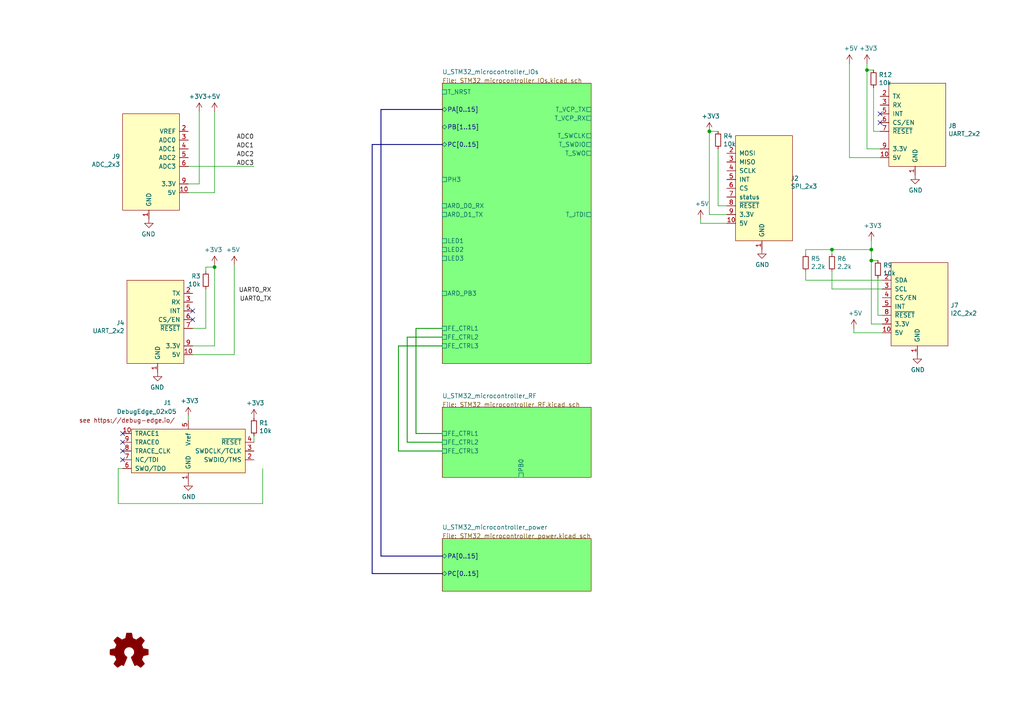
<source format=kicad_sch>
(kicad_sch (version 20211123) (generator eeschema)

  (uuid c0515cd2-cdaa-467e-8354-0f6eadfa35c9)

  (paper "A4")

  (lib_symbols
    (symbol "Device:R_Small" (pin_numbers hide) (pin_names (offset 0.254) hide) (in_bom yes) (on_board yes)
      (property "Reference" "R" (id 0) (at 0.762 0.508 0)
        (effects (font (size 1.27 1.27)) (justify left))
      )
      (property "Value" "R_Small" (id 1) (at 0.762 -1.016 0)
        (effects (font (size 1.27 1.27)) (justify left))
      )
      (property "Footprint" "" (id 2) (at 0 0 0)
        (effects (font (size 1.27 1.27)) hide)
      )
      (property "Datasheet" "~" (id 3) (at 0 0 0)
        (effects (font (size 1.27 1.27)) hide)
      )
      (property "ki_keywords" "R resistor" (id 4) (at 0 0 0)
        (effects (font (size 1.27 1.27)) hide)
      )
      (property "ki_description" "Resistor, small symbol" (id 5) (at 0 0 0)
        (effects (font (size 1.27 1.27)) hide)
      )
      (property "ki_fp_filters" "R_*" (id 6) (at 0 0 0)
        (effects (font (size 1.27 1.27)) hide)
      )
      (symbol "R_Small_0_1"
        (rectangle (start -0.762 1.778) (end 0.762 -1.778)
          (stroke (width 0.2032) (type default) (color 0 0 0 0))
          (fill (type none))
        )
      )
      (symbol "R_Small_1_1"
        (pin passive line (at 0 2.54 270) (length 0.762)
          (name "~" (effects (font (size 1.27 1.27))))
          (number "1" (effects (font (size 1.27 1.27))))
        )
        (pin passive line (at 0 -2.54 90) (length 0.762)
          (name "~" (effects (font (size 1.27 1.27))))
          (number "2" (effects (font (size 1.27 1.27))))
        )
      )
    )
    (symbol "Graphic:Logo_Open_Hardware_Small" (pin_names (offset 1.016)) (in_bom yes) (on_board yes)
      (property "Reference" "#LOGO" (id 0) (at 0 6.985 0)
        (effects (font (size 1.27 1.27)) hide)
      )
      (property "Value" "Logo_Open_Hardware_Small" (id 1) (at 0 -5.715 0)
        (effects (font (size 1.27 1.27)) hide)
      )
      (property "Footprint" "" (id 2) (at 0 0 0)
        (effects (font (size 1.27 1.27)) hide)
      )
      (property "Datasheet" "~" (id 3) (at 0 0 0)
        (effects (font (size 1.27 1.27)) hide)
      )
      (property "ki_keywords" "Logo" (id 4) (at 0 0 0)
        (effects (font (size 1.27 1.27)) hide)
      )
      (property "ki_description" "Open Hardware logo, small" (id 5) (at 0 0 0)
        (effects (font (size 1.27 1.27)) hide)
      )
      (symbol "Logo_Open_Hardware_Small_0_1"
        (polyline
          (pts
            (xy 3.3528 -4.3434)
            (xy 3.302 -4.318)
            (xy 3.175 -4.2418)
            (xy 2.9972 -4.1148)
            (xy 2.7686 -3.9624)
            (xy 2.54 -3.81)
            (xy 2.3622 -3.7084)
            (xy 2.2352 -3.6068)
            (xy 2.1844 -3.5814)
            (xy 2.159 -3.6068)
            (xy 2.0574 -3.6576)
            (xy 1.905 -3.7338)
            (xy 1.8034 -3.7846)
            (xy 1.6764 -3.8354)
            (xy 1.6002 -3.8354)
            (xy 1.6002 -3.8354)
            (xy 1.5494 -3.7338)
            (xy 1.4732 -3.5306)
            (xy 1.3462 -3.302)
            (xy 1.2446 -3.0226)
            (xy 1.1176 -2.7178)
            (xy 0.9652 -2.413)
            (xy 0.8636 -2.1082)
            (xy 0.7366 -1.8288)
            (xy 0.6604 -1.6256)
            (xy 0.6096 -1.4732)
            (xy 0.5842 -1.397)
            (xy 0.5842 -1.397)
            (xy 0.6604 -1.3208)
            (xy 0.7874 -1.2446)
            (xy 1.0414 -1.016)
            (xy 1.2954 -0.6858)
            (xy 1.4478 -0.3302)
            (xy 1.524 0.0762)
            (xy 1.4732 0.4572)
            (xy 1.3208 0.8128)
            (xy 1.0668 1.143)
            (xy 0.762 1.3716)
            (xy 0.4064 1.524)
            (xy 0 1.5748)
            (xy -0.381 1.5494)
            (xy -0.7366 1.397)
            (xy -1.0668 1.143)
            (xy -1.2192 0.9906)
            (xy -1.397 0.6604)
            (xy -1.524 0.3048)
            (xy -1.524 0.2286)
            (xy -1.4986 -0.1778)
            (xy -1.397 -0.5334)
            (xy -1.1938 -0.8636)
            (xy -0.9144 -1.143)
            (xy -0.8636 -1.1684)
            (xy -0.7366 -1.27)
            (xy -0.635 -1.3462)
            (xy -0.5842 -1.397)
            (xy -1.0668 -2.5908)
            (xy -1.143 -2.794)
            (xy -1.2954 -3.1242)
            (xy -1.397 -3.4036)
            (xy -1.4986 -3.6322)
            (xy -1.5748 -3.7846)
            (xy -1.6002 -3.8354)
            (xy -1.6002 -3.8354)
            (xy -1.651 -3.8354)
            (xy -1.7272 -3.81)
            (xy -1.905 -3.7338)
            (xy -2.0066 -3.683)
            (xy -2.1336 -3.6068)
            (xy -2.2098 -3.5814)
            (xy -2.2606 -3.6068)
            (xy -2.3622 -3.683)
            (xy -2.54 -3.81)
            (xy -2.7686 -3.9624)
            (xy -2.9718 -4.0894)
            (xy -3.1496 -4.2164)
            (xy -3.302 -4.318)
            (xy -3.3528 -4.3434)
            (xy -3.3782 -4.3434)
            (xy -3.429 -4.318)
            (xy -3.5306 -4.2164)
            (xy -3.7084 -4.064)
            (xy -3.937 -3.8354)
            (xy -3.9624 -3.81)
            (xy -4.1656 -3.6068)
            (xy -4.318 -3.4544)
            (xy -4.4196 -3.3274)
            (xy -4.445 -3.2766)
            (xy -4.445 -3.2766)
            (xy -4.4196 -3.2258)
            (xy -4.318 -3.0734)
            (xy -4.2164 -2.8956)
            (xy -4.064 -2.667)
            (xy -3.6576 -2.0828)
            (xy -3.8862 -1.5494)
            (xy -3.937 -1.3716)
            (xy -4.0386 -1.1684)
            (xy -4.0894 -1.0414)
            (xy -4.1148 -0.9652)
            (xy -4.191 -0.9398)
            (xy -4.318 -0.9144)
            (xy -4.5466 -0.8636)
            (xy -4.8006 -0.8128)
            (xy -5.0546 -0.7874)
            (xy -5.2578 -0.7366)
            (xy -5.4356 -0.7112)
            (xy -5.5118 -0.6858)
            (xy -5.5118 -0.6858)
            (xy -5.5372 -0.635)
            (xy -5.5372 -0.5588)
            (xy -5.5372 -0.4318)
            (xy -5.5626 -0.2286)
            (xy -5.5626 0.0762)
            (xy -5.5626 0.127)
            (xy -5.5372 0.4064)
            (xy -5.5372 0.635)
            (xy -5.5372 0.762)
            (xy -5.5372 0.8382)
            (xy -5.5372 0.8382)
            (xy -5.461 0.8382)
            (xy -5.3086 0.889)
            (xy -5.08 0.9144)
            (xy -4.826 0.9652)
            (xy -4.8006 0.9906)
            (xy -4.5466 1.0414)
            (xy -4.318 1.0668)
            (xy -4.1656 1.1176)
            (xy -4.0894 1.143)
            (xy -4.0894 1.143)
            (xy -4.0386 1.2446)
            (xy -3.9624 1.4224)
            (xy -3.8608 1.6256)
            (xy -3.7846 1.8288)
            (xy -3.7084 2.0066)
            (xy -3.6576 2.159)
            (xy -3.6322 2.2098)
            (xy -3.6322 2.2098)
            (xy -3.683 2.286)
            (xy -3.7592 2.413)
            (xy -3.8862 2.5908)
            (xy -4.064 2.8194)
            (xy -4.064 2.8448)
            (xy -4.2164 3.0734)
            (xy -4.3434 3.2512)
            (xy -4.4196 3.3782)
            (xy -4.445 3.4544)
            (xy -4.445 3.4544)
            (xy -4.3942 3.5052)
            (xy -4.2926 3.6322)
            (xy -4.1148 3.81)
            (xy -3.937 4.0132)
            (xy -3.8608 4.064)
            (xy -3.6576 4.2926)
            (xy -3.5052 4.4196)
            (xy -3.4036 4.4958)
            (xy -3.3528 4.5212)
            (xy -3.3528 4.5212)
            (xy -3.302 4.4704)
            (xy -3.1496 4.3688)
            (xy -2.9718 4.2418)
            (xy -2.7432 4.0894)
            (xy -2.7178 4.0894)
            (xy -2.4892 3.937)
            (xy -2.3114 3.81)
            (xy -2.1844 3.7084)
            (xy -2.1336 3.683)
            (xy -2.1082 3.683)
            (xy -2.032 3.7084)
            (xy -1.8542 3.7592)
            (xy -1.6764 3.8354)
            (xy -1.4732 3.937)
            (xy -1.27 4.0132)
            (xy -1.143 4.064)
            (xy -1.0668 4.1148)
            (xy -1.0668 4.1148)
            (xy -1.0414 4.191)
            (xy -1.016 4.3434)
            (xy -0.9652 4.572)
            (xy -0.9144 4.8514)
            (xy -0.889 4.9022)
            (xy -0.8382 5.1562)
            (xy -0.8128 5.3848)
            (xy -0.7874 5.5372)
            (xy -0.762 5.588)
            (xy -0.7112 5.6134)
            (xy -0.5842 5.6134)
            (xy -0.4064 5.6134)
            (xy -0.1524 5.6134)
            (xy 0.0762 5.6134)
            (xy 0.3302 5.6134)
            (xy 0.5334 5.6134)
            (xy 0.6858 5.588)
            (xy 0.7366 5.588)
            (xy 0.7366 5.588)
            (xy 0.762 5.5118)
            (xy 0.8128 5.334)
            (xy 0.8382 5.1054)
            (xy 0.9144 4.826)
            (xy 0.9144 4.7752)
            (xy 0.9652 4.5212)
            (xy 1.016 4.2926)
            (xy 1.0414 4.1402)
            (xy 1.0668 4.0894)
            (xy 1.0668 4.0894)
            (xy 1.1938 4.0386)
            (xy 1.3716 3.9624)
            (xy 1.5748 3.8608)
            (xy 2.0828 3.6576)
            (xy 2.7178 4.0894)
            (xy 2.7686 4.1402)
            (xy 2.9972 4.2926)
            (xy 3.175 4.4196)
            (xy 3.302 4.4958)
            (xy 3.3782 4.5212)
            (xy 3.3782 4.5212)
            (xy 3.429 4.4704)
            (xy 3.556 4.3434)
            (xy 3.7338 4.191)
            (xy 3.9116 3.9878)
            (xy 4.064 3.8354)
            (xy 4.2418 3.6576)
            (xy 4.3434 3.556)
            (xy 4.4196 3.4798)
            (xy 4.4196 3.429)
            (xy 4.4196 3.4036)
            (xy 4.3942 3.3274)
            (xy 4.2926 3.2004)
            (xy 4.1656 2.9972)
            (xy 4.0132 2.794)
            (xy 3.8862 2.5908)
            (xy 3.7592 2.3876)
            (xy 3.6576 2.2352)
            (xy 3.6322 2.159)
            (xy 3.6322 2.1336)
            (xy 3.683 2.0066)
            (xy 3.7592 1.8288)
            (xy 3.8608 1.6002)
            (xy 4.064 1.1176)
            (xy 4.3942 1.0414)
            (xy 4.5974 1.016)
            (xy 4.8768 0.9652)
            (xy 5.1308 0.9144)
            (xy 5.5372 0.8382)
            (xy 5.5626 -0.6604)
            (xy 5.4864 -0.6858)
            (xy 5.4356 -0.6858)
            (xy 5.2832 -0.7366)
            (xy 5.0546 -0.762)
            (xy 4.8006 -0.8128)
            (xy 4.5974 -0.8636)
            (xy 4.3688 -0.9144)
            (xy 4.2164 -0.9398)
            (xy 4.1402 -0.9398)
            (xy 4.1148 -0.9652)
            (xy 4.064 -1.0668)
            (xy 3.9878 -1.2446)
            (xy 3.9116 -1.4478)
            (xy 3.81 -1.651)
            (xy 3.7338 -1.8542)
            (xy 3.683 -2.0066)
            (xy 3.6576 -2.0828)
            (xy 3.683 -2.1336)
            (xy 3.7846 -2.2606)
            (xy 3.8862 -2.4638)
            (xy 4.0386 -2.667)
            (xy 4.191 -2.8956)
            (xy 4.318 -3.0734)
            (xy 4.3942 -3.2004)
            (xy 4.445 -3.2766)
            (xy 4.4196 -3.3274)
            (xy 4.3434 -3.429)
            (xy 4.1656 -3.5814)
            (xy 3.937 -3.8354)
            (xy 3.8862 -3.8608)
            (xy 3.683 -4.064)
            (xy 3.5306 -4.2164)
            (xy 3.4036 -4.318)
            (xy 3.3528 -4.3434)
          )
          (stroke (width 0) (type default) (color 0 0 0 0))
          (fill (type outline))
        )
      )
    )
    (symbol "power:+3.3V" (power) (pin_names (offset 0)) (in_bom yes) (on_board yes)
      (property "Reference" "#PWR" (id 0) (at 0 -3.81 0)
        (effects (font (size 1.27 1.27)) hide)
      )
      (property "Value" "+3.3V" (id 1) (at 0 3.556 0)
        (effects (font (size 1.27 1.27)))
      )
      (property "Footprint" "" (id 2) (at 0 0 0)
        (effects (font (size 1.27 1.27)) hide)
      )
      (property "Datasheet" "" (id 3) (at 0 0 0)
        (effects (font (size 1.27 1.27)) hide)
      )
      (property "ki_keywords" "power-flag" (id 4) (at 0 0 0)
        (effects (font (size 1.27 1.27)) hide)
      )
      (property "ki_description" "Power symbol creates a global label with name \"+3.3V\"" (id 5) (at 0 0 0)
        (effects (font (size 1.27 1.27)) hide)
      )
      (symbol "+3.3V_0_1"
        (polyline
          (pts
            (xy -0.762 1.27)
            (xy 0 2.54)
          )
          (stroke (width 0) (type default) (color 0 0 0 0))
          (fill (type none))
        )
        (polyline
          (pts
            (xy 0 0)
            (xy 0 2.54)
          )
          (stroke (width 0) (type default) (color 0 0 0 0))
          (fill (type none))
        )
        (polyline
          (pts
            (xy 0 2.54)
            (xy 0.762 1.27)
          )
          (stroke (width 0) (type default) (color 0 0 0 0))
          (fill (type none))
        )
      )
      (symbol "+3.3V_1_1"
        (pin power_in line (at 0 0 90) (length 0) hide
          (name "+3V3" (effects (font (size 1.27 1.27))))
          (number "1" (effects (font (size 1.27 1.27))))
        )
      )
    )
    (symbol "power:+5V" (power) (pin_names (offset 0)) (in_bom yes) (on_board yes)
      (property "Reference" "#PWR" (id 0) (at 0 -3.81 0)
        (effects (font (size 1.27 1.27)) hide)
      )
      (property "Value" "+5V" (id 1) (at 0 3.556 0)
        (effects (font (size 1.27 1.27)))
      )
      (property "Footprint" "" (id 2) (at 0 0 0)
        (effects (font (size 1.27 1.27)) hide)
      )
      (property "Datasheet" "" (id 3) (at 0 0 0)
        (effects (font (size 1.27 1.27)) hide)
      )
      (property "ki_keywords" "power-flag" (id 4) (at 0 0 0)
        (effects (font (size 1.27 1.27)) hide)
      )
      (property "ki_description" "Power symbol creates a global label with name \"+5V\"" (id 5) (at 0 0 0)
        (effects (font (size 1.27 1.27)) hide)
      )
      (symbol "+5V_0_1"
        (polyline
          (pts
            (xy -0.762 1.27)
            (xy 0 2.54)
          )
          (stroke (width 0) (type default) (color 0 0 0 0))
          (fill (type none))
        )
        (polyline
          (pts
            (xy 0 0)
            (xy 0 2.54)
          )
          (stroke (width 0) (type default) (color 0 0 0 0))
          (fill (type none))
        )
        (polyline
          (pts
            (xy 0 2.54)
            (xy 0.762 1.27)
          )
          (stroke (width 0) (type default) (color 0 0 0 0))
          (fill (type none))
        )
      )
      (symbol "+5V_1_1"
        (pin power_in line (at 0 0 90) (length 0) hide
          (name "+5V" (effects (font (size 1.27 1.27))))
          (number "1" (effects (font (size 1.27 1.27))))
        )
      )
    )
    (symbol "power:GND" (power) (pin_names (offset 0)) (in_bom yes) (on_board yes)
      (property "Reference" "#PWR" (id 0) (at 0 -6.35 0)
        (effects (font (size 1.27 1.27)) hide)
      )
      (property "Value" "GND" (id 1) (at 0 -3.81 0)
        (effects (font (size 1.27 1.27)))
      )
      (property "Footprint" "" (id 2) (at 0 0 0)
        (effects (font (size 1.27 1.27)) hide)
      )
      (property "Datasheet" "" (id 3) (at 0 0 0)
        (effects (font (size 1.27 1.27)) hide)
      )
      (property "ki_keywords" "power-flag" (id 4) (at 0 0 0)
        (effects (font (size 1.27 1.27)) hide)
      )
      (property "ki_description" "Power symbol creates a global label with name \"GND\" , ground" (id 5) (at 0 0 0)
        (effects (font (size 1.27 1.27)) hide)
      )
      (symbol "GND_0_1"
        (polyline
          (pts
            (xy 0 0)
            (xy 0 -1.27)
            (xy 1.27 -1.27)
            (xy 0 -2.54)
            (xy -1.27 -1.27)
            (xy 0 -1.27)
          )
          (stroke (width 0) (type default) (color 0 0 0 0))
          (fill (type none))
        )
      )
      (symbol "GND_1_1"
        (pin power_in line (at 0 0 270) (length 0) hide
          (name "GND" (effects (font (size 1.27 1.27))))
          (number "1" (effects (font (size 1.27 1.27))))
        )
      )
    )
    (symbol "put_on_edge:001_I2C" (pin_names (offset 1.016)) (in_bom yes) (on_board yes)
      (property "Reference" "J" (id 0) (at -2.54 13.97 0)
        (effects (font (size 1.27 1.27)))
      )
      (property "Value" "001_I2C" (id 1) (at 8.89 13.97 0)
        (effects (font (size 1.27 1.27)))
      )
      (property "Footprint" "" (id 2) (at 7.62 16.51 0)
        (effects (font (size 1.27 1.27)) hide)
      )
      (property "Datasheet" "" (id 3) (at 7.62 16.51 0)
        (effects (font (size 1.27 1.27)) hide)
      )
      (symbol "001_I2C_0_1"
        (rectangle (start -8.89 12.7) (end 7.62 -11.43)
          (stroke (width 0) (type default) (color 0 0 0 0))
          (fill (type background))
        )
      )
      (symbol "001_I2C_1_1"
        (pin power_in line (at -1.27 -13.97 90) (length 2.54)
          (name "GND" (effects (font (size 1.27 1.27))))
          (number "1" (effects (font (size 1.27 1.27))))
        )
        (pin power_in line (at -11.43 -7.62 0) (length 2.54)
          (name "5V" (effects (font (size 1.27 1.27))))
          (number "10" (effects (font (size 1.27 1.27))))
        )
        (pin bidirectional line (at -11.43 7.62 0) (length 2.54)
          (name "SDA" (effects (font (size 1.27 1.27))))
          (number "2" (effects (font (size 1.27 1.27))))
        )
        (pin bidirectional line (at -11.43 5.08 0) (length 2.54)
          (name "SCL" (effects (font (size 1.27 1.27))))
          (number "3" (effects (font (size 1.27 1.27))))
        )
        (pin bidirectional line (at -11.43 2.54 0) (length 2.54)
          (name "CS/EN" (effects (font (size 1.27 1.27))))
          (number "4" (effects (font (size 1.27 1.27))))
        )
        (pin bidirectional line (at -11.43 0 0) (length 2.54)
          (name "INT" (effects (font (size 1.27 1.27))))
          (number "5" (effects (font (size 1.27 1.27))))
        )
        (pin bidirectional line (at -11.43 -2.54 0) (length 2.54)
          (name "~{RESET}" (effects (font (size 1.27 1.27))))
          (number "8" (effects (font (size 1.27 1.27))))
        )
        (pin power_in line (at -11.43 -5.08 0) (length 2.54)
          (name "3.3V" (effects (font (size 1.27 1.27))))
          (number "9" (effects (font (size 1.27 1.27))))
        )
      )
    )
    (symbol "put_on_edge:002_SPI" (pin_names (offset 1.016)) (in_bom yes) (on_board yes)
      (property "Reference" "J" (id 0) (at -1.27 13.97 0)
        (effects (font (size 1.27 1.27)))
      )
      (property "Value" "002_SPI" (id 1) (at 10.16 13.97 0)
        (effects (font (size 1.27 1.27)))
      )
      (property "Footprint" "" (id 2) (at 8.89 16.51 0)
        (effects (font (size 1.27 1.27)) hide)
      )
      (property "Datasheet" "" (id 3) (at 8.89 16.51 0)
        (effects (font (size 1.27 1.27)) hide)
      )
      (symbol "002_SPI_0_1"
        (rectangle (start -7.62 12.7) (end 8.89 -17.78)
          (stroke (width 0) (type default) (color 0 0 0 0))
          (fill (type background))
        )
      )
      (symbol "002_SPI_1_1"
        (pin power_in line (at 0 -20.32 90) (length 2.54)
          (name "GND" (effects (font (size 1.27 1.27))))
          (number "1" (effects (font (size 1.27 1.27))))
        )
        (pin power_in line (at -10.16 -12.7 0) (length 2.54)
          (name "5V" (effects (font (size 1.27 1.27))))
          (number "10" (effects (font (size 1.27 1.27))))
        )
        (pin bidirectional line (at -10.16 7.62 0) (length 2.54)
          (name "MOSI" (effects (font (size 1.27 1.27))))
          (number "2" (effects (font (size 1.27 1.27))))
        )
        (pin bidirectional line (at -10.16 5.08 0) (length 2.54)
          (name "MISO" (effects (font (size 1.27 1.27))))
          (number "3" (effects (font (size 1.27 1.27))))
        )
        (pin bidirectional line (at -10.16 2.54 0) (length 2.54)
          (name "SCLK" (effects (font (size 1.27 1.27))))
          (number "4" (effects (font (size 1.27 1.27))))
        )
        (pin bidirectional line (at -10.16 0 0) (length 2.54)
          (name "INT" (effects (font (size 1.27 1.27))))
          (number "5" (effects (font (size 1.27 1.27))))
        )
        (pin bidirectional line (at -10.16 -2.54 0) (length 2.54)
          (name "CS" (effects (font (size 1.27 1.27))))
          (number "6" (effects (font (size 1.27 1.27))))
        )
        (pin bidirectional line (at -10.16 -5.08 0) (length 2.54)
          (name "status" (effects (font (size 1.27 1.27))))
          (number "7" (effects (font (size 1.27 1.27))))
        )
        (pin bidirectional line (at -10.16 -7.62 0) (length 2.54)
          (name "~{RESET}" (effects (font (size 1.27 1.27))))
          (number "8" (effects (font (size 1.27 1.27))))
        )
        (pin power_in line (at -10.16 -10.16 0) (length 2.54)
          (name "3.3V" (effects (font (size 1.27 1.27))))
          (number "9" (effects (font (size 1.27 1.27))))
        )
      )
    )
    (symbol "put_on_edge:007_ADC" (pin_names (offset 1.016)) (in_bom yes) (on_board yes)
      (property "Reference" "J" (id 0) (at -2.54 13.97 0)
        (effects (font (size 1.27 1.27)))
      )
      (property "Value" "007_ADC" (id 1) (at 8.89 13.97 0)
        (effects (font (size 1.27 1.27)))
      )
      (property "Footprint" "" (id 2) (at 7.62 16.51 0)
        (effects (font (size 1.27 1.27)) hide)
      )
      (property "Datasheet" "" (id 3) (at 7.62 16.51 0)
        (effects (font (size 1.27 1.27)) hide)
      )
      (symbol "007_ADC_0_1"
        (rectangle (start -8.89 12.7) (end 7.62 -15.24)
          (stroke (width 0) (type default) (color 0 0 0 0))
          (fill (type background))
        )
      )
      (symbol "007_ADC_1_1"
        (pin power_in line (at 0 -17.78 90) (length 2.54)
          (name "GND" (effects (font (size 1.27 1.27))))
          (number "1" (effects (font (size 1.27 1.27))))
        )
        (pin bidirectional line (at -11.43 -10.16 0) (length 2.54)
          (name "5V" (effects (font (size 1.27 1.27))))
          (number "10" (effects (font (size 1.27 1.27))))
        )
        (pin bidirectional line (at -11.43 7.62 0) (length 2.54)
          (name "VREF" (effects (font (size 1.27 1.27))))
          (number "2" (effects (font (size 1.27 1.27))))
        )
        (pin power_in line (at -11.43 5.08 0) (length 2.54)
          (name "ADC0" (effects (font (size 1.27 1.27))))
          (number "3" (effects (font (size 1.27 1.27))))
        )
        (pin bidirectional line (at -11.43 2.54 0) (length 2.54)
          (name "ADC1" (effects (font (size 1.27 1.27))))
          (number "4" (effects (font (size 1.27 1.27))))
        )
        (pin bidirectional line (at -11.43 0 0) (length 2.54)
          (name "ADC2" (effects (font (size 1.27 1.27))))
          (number "5" (effects (font (size 1.27 1.27))))
        )
        (pin bidirectional line (at -11.43 -2.54 0) (length 2.54)
          (name "ADC3" (effects (font (size 1.27 1.27))))
          (number "6" (effects (font (size 1.27 1.27))))
        )
        (pin bidirectional line (at -11.43 -7.62 0) (length 2.54)
          (name "3.3V" (effects (font (size 1.27 1.27))))
          (number "9" (effects (font (size 1.27 1.27))))
        )
      )
    )
    (symbol "put_on_edge:010_UART" (pin_names (offset 1.016)) (in_bom yes) (on_board yes)
      (property "Reference" "J" (id 0) (at -2.54 13.97 0)
        (effects (font (size 1.27 1.27)))
      )
      (property "Value" "010_UART" (id 1) (at 8.89 13.97 0)
        (effects (font (size 1.27 1.27)))
      )
      (property "Footprint" "" (id 2) (at 7.62 16.51 0)
        (effects (font (size 1.27 1.27)) hide)
      )
      (property "Datasheet" "" (id 3) (at 7.62 16.51 0)
        (effects (font (size 1.27 1.27)) hide)
      )
      (symbol "010_UART_0_1"
        (rectangle (start -8.89 12.7) (end 7.62 -11.43)
          (stroke (width 0) (type default) (color 0 0 0 0))
          (fill (type background))
        )
      )
      (symbol "010_UART_1_1"
        (pin power_in line (at -1.27 -13.97 90) (length 2.54)
          (name "GND" (effects (font (size 1.27 1.27))))
          (number "1" (effects (font (size 1.27 1.27))))
        )
        (pin power_in line (at -11.43 -8.89 0) (length 2.54)
          (name "5V" (effects (font (size 1.27 1.27))))
          (number "10" (effects (font (size 1.27 1.27))))
        )
        (pin bidirectional line (at -11.43 8.89 0) (length 2.54)
          (name "TX" (effects (font (size 1.27 1.27))))
          (number "2" (effects (font (size 1.27 1.27))))
        )
        (pin bidirectional line (at -11.43 6.35 0) (length 2.54)
          (name "RX" (effects (font (size 1.27 1.27))))
          (number "3" (effects (font (size 1.27 1.27))))
        )
        (pin bidirectional line (at -11.43 3.81 0) (length 2.54)
          (name "INT" (effects (font (size 1.27 1.27))))
          (number "5" (effects (font (size 1.27 1.27))))
        )
        (pin bidirectional line (at -11.43 1.27 0) (length 2.54)
          (name "CS/EN" (effects (font (size 1.27 1.27))))
          (number "6" (effects (font (size 1.27 1.27))))
        )
        (pin bidirectional line (at -11.43 -1.27 0) (length 2.54)
          (name "~{RESET}" (effects (font (size 1.27 1.27))))
          (number "7" (effects (font (size 1.27 1.27))))
        )
        (pin power_in line (at -11.43 -6.35 0) (length 2.54)
          (name "3.3V" (effects (font (size 1.27 1.27))))
          (number "9" (effects (font (size 1.27 1.27))))
        )
      )
    )
    (symbol "put_on_edge:DebugEdge_02x05" (pin_names (offset 1.016)) (in_bom yes) (on_board yes)
      (property "Reference" "J" (id 0) (at -10.16 7.62 0)
        (effects (font (size 1.27 1.27)))
      )
      (property "Value" "DebugEdge_02x05" (id 1) (at 11.43 7.62 0)
        (effects (font (size 1.27 1.27)))
      )
      (property "Footprint" "" (id 2) (at 0 10.16 0)
        (effects (font (size 1.27 1.27)) hide)
      )
      (property "Datasheet" "" (id 3) (at 0 10.16 0)
        (effects (font (size 1.27 1.27)) hide)
      )
      (symbol "DebugEdge_02x05_0_0"
        (text "see https://debug-edge.io/" (at 17.78 -8.89 0)
          (effects (font (size 1.27 1.27)))
        )
      )
      (symbol "DebugEdge_02x05_0_1"
        (rectangle (start -16.51 6.35) (end 16.51 -6.35)
          (stroke (width 0) (type default) (color 0 0 0 0))
          (fill (type background))
        )
      )
      (symbol "DebugEdge_02x05_1_1"
        (pin power_in line (at 0 8.89 270) (length 2.54)
          (name "GND" (effects (font (size 1.27 1.27))))
          (number "1" (effects (font (size 1.27 1.27))))
        )
        (pin bidirectional line (at 19.05 -5.08 180) (length 2.54)
          (name "TRACE1" (effects (font (size 1.27 1.27))))
          (number "10" (effects (font (size 1.27 1.27))))
        )
        (pin bidirectional line (at -19.05 2.54 0) (length 2.54)
          (name "SWDIO/TMS" (effects (font (size 1.27 1.27))))
          (number "2" (effects (font (size 1.27 1.27))))
        )
        (pin bidirectional line (at -19.05 0 0) (length 2.54)
          (name "SWDCLK/TCLK" (effects (font (size 1.27 1.27))))
          (number "3" (effects (font (size 1.27 1.27))))
        )
        (pin bidirectional line (at -19.05 -2.54 0) (length 2.54)
          (name "~{RESET}" (effects (font (size 1.27 1.27))))
          (number "4" (effects (font (size 1.27 1.27))))
        )
        (pin power_in line (at 0 -8.89 90) (length 2.54)
          (name "Vref" (effects (font (size 1.27 1.27))))
          (number "5" (effects (font (size 1.27 1.27))))
        )
        (pin bidirectional line (at 19.05 5.08 180) (length 2.54)
          (name "SWO/TDO" (effects (font (size 1.27 1.27))))
          (number "6" (effects (font (size 1.27 1.27))))
        )
        (pin bidirectional line (at 19.05 2.54 180) (length 2.54)
          (name "NC/TDI" (effects (font (size 1.27 1.27))))
          (number "7" (effects (font (size 1.27 1.27))))
        )
        (pin bidirectional line (at 19.05 0 180) (length 2.54)
          (name "TRACE_CLK" (effects (font (size 1.27 1.27))))
          (number "8" (effects (font (size 1.27 1.27))))
        )
        (pin bidirectional line (at 19.05 -2.54 180) (length 2.54)
          (name "TRACE0" (effects (font (size 1.27 1.27))))
          (number "9" (effects (font (size 1.27 1.27))))
        )
      )
    )
  )

  (junction (at 205.74 38.1) (diameter 0) (color 0 0 0 0)
    (uuid 0d359595-e5a0-4de3-b0ca-4e13416222d3)
  )
  (junction (at 62.23 77.47) (diameter 0) (color 0 0 0 0)
    (uuid 219f85b3-dcce-4b8a-913d-01dbe2fb9d14)
  )
  (junction (at 241.3 72.39) (diameter 0) (color 0 0 0 0)
    (uuid 419b6809-ac1a-4132-bfd8-1d30d35cbbcc)
  )
  (junction (at 252.73 75.565) (diameter 0) (color 0 0 0 0)
    (uuid 8c50b24e-3f76-460a-8d69-72f55761b188)
  )
  (junction (at 251.46 20.32) (diameter 0) (color 0 0 0 0)
    (uuid aa434860-3529-4a5a-84c6-1dd282c86dd7)
  )
  (junction (at 252.73 72.39) (diameter 0) (color 0 0 0 0)
    (uuid b6e2eafd-f99a-4e10-a48e-d2f61f7a6548)
  )

  (no_connect (at 35.56 125.73) (uuid 042cbed9-84dd-4cef-a290-4134a29be17f))
  (no_connect (at 255.27 33.02) (uuid 20b7d64c-9de7-4faf-9702-a84d87b00b47))
  (no_connect (at 55.88 92.71) (uuid 3ed6ca7c-e8f7-4c43-8103-2157a47f6fe9))
  (no_connect (at 55.88 90.17) (uuid 3ed6ca7c-e8f7-4c43-8103-2157a47f6fea))
  (no_connect (at 255.27 35.56) (uuid 99bb5e6c-0687-4e4e-b571-b2a514860c5f))
  (no_connect (at 35.56 130.81) (uuid afa250c3-06ae-46ae-b9dc-809926465da7))
  (no_connect (at -73.66 110.49) (uuid be41ac9e-b8ba-4089-983b-b84269707f1c))
  (no_connect (at 35.56 133.35) (uuid e784f193-7693-469b-8baa-cf79d240292e))
  (no_connect (at 35.56 128.27) (uuid efa2d199-2598-49dc-a521-71363335900c))

  (wire (pts (xy 115.57 100.33) (xy 115.57 130.81))
    (stroke (width 0.254) (type default) (color 0 0 0 0))
    (uuid 00614f02-5f74-445d-b8a3-482b8dcb3aea)
  )
  (wire (pts (xy 254.635 80.645) (xy 254.635 91.44))
    (stroke (width 0) (type default) (color 0 0 0 0))
    (uuid 02acfc31-70bf-4559-a0e0-a469b2824779)
  )
  (wire (pts (xy 115.57 130.81) (xy 128.27 130.81))
    (stroke (width 0.254) (type default) (color 0 0 0 0))
    (uuid 10e85d49-8c1d-4e38-920c-77246389daec)
  )
  (wire (pts (xy 73.66 48.26) (xy 54.61 48.26))
    (stroke (width 0) (type default) (color 0 0 0 0))
    (uuid 1456c0ac-e69e-4082-baea-5fb769dddec1)
  )
  (wire (pts (xy 210.82 59.69) (xy 208.28 59.69))
    (stroke (width 0) (type default) (color 0 0 0 0))
    (uuid 168734e8-1b11-4e8a-8708-d7d5c1274ca8)
  )
  (wire (pts (xy 251.46 20.32) (xy 251.46 43.18))
    (stroke (width 0) (type default) (color 0 0 0 0))
    (uuid 182b5e60-8366-47a1-bdcd-93680b99a9cb)
  )
  (wire (pts (xy 252.73 69.85) (xy 252.73 72.39))
    (stroke (width 0) (type default) (color 0 0 0 0))
    (uuid 1e213357-7972-48f9-b51f-4afbfdf71d58)
  )
  (wire (pts (xy 62.23 100.33) (xy 55.88 100.33))
    (stroke (width 0) (type default) (color 0 0 0 0))
    (uuid 2294dcc2-a453-4555-9a02-33ed40613618)
  )
  (wire (pts (xy 57.785 53.34) (xy 54.61 53.34))
    (stroke (width 0) (type default) (color 0 0 0 0))
    (uuid 22fc9db5-26e7-4a3c-a003-ea0b76526419)
  )
  (wire (pts (xy 241.3 78.74) (xy 241.3 83.82))
    (stroke (width 0) (type default) (color 0 0 0 0))
    (uuid 26627c20-2860-4593-b041-bf4e5b691095)
  )
  (wire (pts (xy 203.2 63.5) (xy 203.2 64.77))
    (stroke (width 0) (type default) (color 0 0 0 0))
    (uuid 2a45690f-fc25-4459-b591-59b7e9f703e1)
  )
  (wire (pts (xy 34.29 146.05) (xy 76.2 146.05))
    (stroke (width 0) (type default) (color 0 0 0 0))
    (uuid 2fb3a573-c4ef-451d-a5e5-92d09d8bf553)
  )
  (wire (pts (xy 120.65 95.25) (xy 128.27 95.25))
    (stroke (width 0.254) (type default) (color 0 0 0 0))
    (uuid 35318ab5-9d7c-4bdd-a72a-c62185738587)
  )
  (wire (pts (xy 205.74 62.23) (xy 210.82 62.23))
    (stroke (width 0) (type default) (color 0 0 0 0))
    (uuid 3554fc53-8999-428a-a7a1-c5d7b9e51615)
  )
  (wire (pts (xy 254.635 91.44) (xy 255.905 91.44))
    (stroke (width 0) (type default) (color 0 0 0 0))
    (uuid 386bf823-db53-4e05-8c09-497fc2491abf)
  )
  (wire (pts (xy 115.57 100.33) (xy 128.27 100.33))
    (stroke (width 0.254) (type default) (color 0 0 0 0))
    (uuid 39d4d534-3997-4fb4-b0b6-d0e644ff29b2)
  )
  (wire (pts (xy 233.68 72.39) (xy 241.3 72.39))
    (stroke (width 0) (type default) (color 0 0 0 0))
    (uuid 3cec61c8-0c0e-4741-a1ac-d1b692cff350)
  )
  (wire (pts (xy 246.38 18.415) (xy 246.38 45.72))
    (stroke (width 0) (type default) (color 0 0 0 0))
    (uuid 3df5f618-5179-4fa3-a50c-3016d4d76803)
  )
  (wire (pts (xy 203.2 64.77) (xy 210.82 64.77))
    (stroke (width 0) (type default) (color 0 0 0 0))
    (uuid 40561958-5b1e-4c72-9494-025178f32a2a)
  )
  (wire (pts (xy 253.365 25.4) (xy 253.365 38.1))
    (stroke (width 0) (type default) (color 0 0 0 0))
    (uuid 4170416f-6a12-4d81-9166-3e66e486b4fd)
  )
  (bus (pts (xy 128.27 161.29) (xy 110.49 161.29))
    (stroke (width 0.254) (type default) (color 0 0 0 0))
    (uuid 45005e12-36a9-4853-a83d-a87ffad800b4)
  )

  (wire (pts (xy 253.365 20.32) (xy 251.46 20.32))
    (stroke (width 0) (type default) (color 0 0 0 0))
    (uuid 454b4a1c-4414-4f25-bcdb-b7bb3c0e60a7)
  )
  (wire (pts (xy 252.73 75.565) (xy 252.73 93.98))
    (stroke (width 0) (type default) (color 0 0 0 0))
    (uuid 4a778c65-f652-4f80-b04e-8c955ff01934)
  )
  (wire (pts (xy 34.29 135.89) (xy 34.29 146.05))
    (stroke (width 0) (type default) (color 0 0 0 0))
    (uuid 4c60b5f7-58b8-4777-bc40-6d4e5d8f6724)
  )
  (wire (pts (xy 128.27 128.27) (xy 118.11 128.27))
    (stroke (width 0.254) (type default) (color 0 0 0 0))
    (uuid 5404664b-083c-4ae7-9324-834241f1df76)
  )
  (wire (pts (xy 62.23 55.88) (xy 62.23 32.385))
    (stroke (width 0) (type default) (color 0 0 0 0))
    (uuid 5b69faf1-6d3b-4b85-87b1-4fb875fd5ed2)
  )
  (wire (pts (xy 233.68 78.74) (xy 233.68 81.28))
    (stroke (width 0) (type default) (color 0 0 0 0))
    (uuid 5da5d466-4c31-4602-a46b-200a4419fb97)
  )
  (wire (pts (xy 254.635 75.565) (xy 252.73 75.565))
    (stroke (width 0) (type default) (color 0 0 0 0))
    (uuid 674e4354-07cb-475b-8dd3-e9ddb9028aa5)
  )
  (wire (pts (xy 247.65 96.52) (xy 255.905 96.52))
    (stroke (width 0) (type default) (color 0 0 0 0))
    (uuid 68be970f-c267-4169-9e27-7b6a8c05eac9)
  )
  (wire (pts (xy 73.66 126.365) (xy 73.66 128.27))
    (stroke (width 0) (type default) (color 0 0 0 0))
    (uuid 71f89ed3-e7fb-477a-a1a6-c00e6e9999a8)
  )
  (wire (pts (xy 57.785 32.385) (xy 57.785 53.34))
    (stroke (width 0) (type default) (color 0 0 0 0))
    (uuid 794c1529-10c3-48f2-bf30-5bf8aa6ce6a2)
  )
  (wire (pts (xy 252.73 93.98) (xy 255.905 93.98))
    (stroke (width 0) (type default) (color 0 0 0 0))
    (uuid 7a2ef669-e763-4b82-8faa-3c2fc9f01331)
  )
  (wire (pts (xy 205.74 38.1) (xy 205.74 62.23))
    (stroke (width 0) (type default) (color 0 0 0 0))
    (uuid 7ce35899-1e20-4294-9e4e-4d71417bba9f)
  )
  (wire (pts (xy 208.28 59.69) (xy 208.28 43.18))
    (stroke (width 0) (type default) (color 0 0 0 0))
    (uuid 7f476228-f827-46d3-9baa-524ff7f25c1f)
  )
  (wire (pts (xy 241.3 72.39) (xy 252.73 72.39))
    (stroke (width 0) (type default) (color 0 0 0 0))
    (uuid 813f9aa9-7460-40ef-989c-e5cd67492e6e)
  )
  (wire (pts (xy 120.65 125.73) (xy 128.27 125.73))
    (stroke (width 0.254) (type default) (color 0 0 0 0))
    (uuid 8db28752-04fe-4bac-819e-f19842492596)
  )
  (wire (pts (xy 62.23 77.47) (xy 62.23 100.33))
    (stroke (width 0) (type default) (color 0 0 0 0))
    (uuid 8eb61472-b8db-4383-88ed-874bdf0e56a4)
  )
  (wire (pts (xy 247.65 95.25) (xy 247.65 96.52))
    (stroke (width 0) (type default) (color 0 0 0 0))
    (uuid 9a67ba91-cf6e-4234-a970-9b70dacbbce8)
  )
  (wire (pts (xy 59.69 77.47) (xy 62.23 77.47))
    (stroke (width 0) (type default) (color 0 0 0 0))
    (uuid 9b8549e2-f6a5-4b16-9862-ad275e147839)
  )
  (wire (pts (xy 67.945 76.835) (xy 67.945 102.87))
    (stroke (width 0) (type default) (color 0 0 0 0))
    (uuid a16e0036-1d86-46d2-81be-70f36810a69b)
  )
  (bus (pts (xy 128.27 166.37) (xy 107.95 166.37))
    (stroke (width 0.254) (type default) (color 0 0 0 0))
    (uuid a2596afc-a768-4a7c-9191-a7e735f775bd)
  )

  (wire (pts (xy 54.61 55.88) (xy 62.23 55.88))
    (stroke (width 0) (type default) (color 0 0 0 0))
    (uuid a5e8485f-577c-406a-aaf6-604ac9b9ce78)
  )
  (wire (pts (xy 35.56 135.89) (xy 34.29 135.89))
    (stroke (width 0) (type default) (color 0 0 0 0))
    (uuid a7947537-7791-495a-8767-f950678fd17c)
  )
  (wire (pts (xy 252.73 72.39) (xy 252.73 75.565))
    (stroke (width 0) (type default) (color 0 0 0 0))
    (uuid a89f74f1-29a0-43c0-83e3-3326529b3a64)
  )
  (wire (pts (xy 233.68 73.66) (xy 233.68 72.39))
    (stroke (width 0) (type default) (color 0 0 0 0))
    (uuid b054e65a-b4b9-46b0-b810-0e799846fef7)
  )
  (wire (pts (xy 76.2 146.05) (xy 76.2 135.89))
    (stroke (width 0) (type default) (color 0 0 0 0))
    (uuid be1b2378-2cc2-47b1-88ab-759eb00be2e8)
  )
  (wire (pts (xy 55.88 95.25) (xy 59.69 95.25))
    (stroke (width 0) (type default) (color 0 0 0 0))
    (uuid c7813be6-2afd-4c51-84f4-fe0623906925)
  )
  (wire (pts (xy 118.11 128.27) (xy 118.11 97.79))
    (stroke (width 0.254) (type default) (color 0 0 0 0))
    (uuid c7d063b0-344e-43df-a36a-e52b467e2d0c)
  )
  (wire (pts (xy 253.365 38.1) (xy 255.27 38.1))
    (stroke (width 0) (type default) (color 0 0 0 0))
    (uuid cb24f88d-25e5-498c-8043-80b9fbf82bbb)
  )
  (wire (pts (xy 251.46 18.415) (xy 251.46 20.32))
    (stroke (width 0) (type default) (color 0 0 0 0))
    (uuid cb5fef20-1716-4eb0-adab-5cebafe57cbd)
  )
  (wire (pts (xy 59.69 95.25) (xy 59.69 83.82))
    (stroke (width 0) (type default) (color 0 0 0 0))
    (uuid cbe23ea6-1db5-46e8-a74d-f9ee9c6d5c23)
  )
  (bus (pts (xy 110.49 161.29) (xy 110.49 31.75))
    (stroke (width 0.254) (type default) (color 0 0 0 0))
    (uuid cca964ad-d64e-4c84-a05a-4b48498db544)
  )

  (wire (pts (xy 241.3 83.82) (xy 255.905 83.82))
    (stroke (width 0) (type default) (color 0 0 0 0))
    (uuid ce513f2c-1248-4767-ba7e-aec4d68aeb9e)
  )
  (wire (pts (xy 118.11 97.79) (xy 128.27 97.79))
    (stroke (width 0.254) (type default) (color 0 0 0 0))
    (uuid d1cf4093-87af-4b49-8879-3ac410551bfc)
  )
  (bus (pts (xy 107.95 41.91) (xy 128.27 41.91))
    (stroke (width 0.254) (type default) (color 0 0 0 0))
    (uuid d3262cbf-1f75-4047-bb3d-01b21ddbafa6)
  )
  (bus (pts (xy 110.49 31.75) (xy 128.27 31.75))
    (stroke (width 0.254) (type default) (color 0 0 0 0))
    (uuid d44cf594-638f-424d-936a-6e9ed7c314ce)
  )

  (wire (pts (xy 67.945 102.87) (xy 55.88 102.87))
    (stroke (width 0) (type default) (color 0 0 0 0))
    (uuid d7ed64f3-a54f-462b-b148-83f31511f45c)
  )
  (wire (pts (xy 59.69 78.74) (xy 59.69 77.47))
    (stroke (width 0) (type default) (color 0 0 0 0))
    (uuid da543282-24ae-4ee7-9b21-750d1a702b15)
  )
  (wire (pts (xy 241.3 72.39) (xy 241.3 73.66))
    (stroke (width 0) (type default) (color 0 0 0 0))
    (uuid e024658a-00a5-42f4-858b-c6f771bd1331)
  )
  (wire (pts (xy 233.68 81.28) (xy 255.905 81.28))
    (stroke (width 0) (type default) (color 0 0 0 0))
    (uuid e1f2d422-d34a-4435-9ed8-c5a5c900412f)
  )
  (wire (pts (xy 54.61 120.65) (xy 54.61 121.92))
    (stroke (width 0) (type default) (color 0 0 0 0))
    (uuid e57597ab-739e-4c88-b755-0ed7647afcbf)
  )
  (wire (pts (xy 120.65 95.25) (xy 120.65 125.73))
    (stroke (width 0.254) (type default) (color 0 0 0 0))
    (uuid ef36da6c-b409-4756-be92-54a96426032e)
  )
  (wire (pts (xy 62.23 76.835) (xy 62.23 77.47))
    (stroke (width 0) (type default) (color 0 0 0 0))
    (uuid f14ee4a3-c8f2-488c-8563-8b47be984e86)
  )
  (wire (pts (xy 251.46 43.18) (xy 255.27 43.18))
    (stroke (width 0) (type default) (color 0 0 0 0))
    (uuid f3f78ab2-095a-4fe4-88b8-3c2c959e6994)
  )
  (wire (pts (xy 205.74 38.1) (xy 208.28 38.1))
    (stroke (width 0) (type default) (color 0 0 0 0))
    (uuid f59ca48a-41fe-4934-bfaa-dad5776bead5)
  )
  (wire (pts (xy 246.38 45.72) (xy 255.27 45.72))
    (stroke (width 0) (type default) (color 0 0 0 0))
    (uuid f68ce6a6-c749-4d31-9b84-4366f437731e)
  )
  (bus (pts (xy 107.95 166.37) (xy 107.95 41.91))
    (stroke (width 0.254) (type default) (color 0 0 0 0))
    (uuid ffadf13e-d327-4e72-a129-20b1a691d829)
  )

  (label "ADC3" (at 73.66 48.26 180)
    (effects (font (size 1.27 1.27)) (justify right bottom))
    (uuid 5b181995-f90d-44f4-9459-a3fbe247379d)
  )
  (label "ADC2" (at 73.66 45.72 180)
    (effects (font (size 1.27 1.27)) (justify right bottom))
    (uuid 5e4ef13c-3e2d-4fe9-a1a3-b1fc7aeef0ba)
  )
  (label "ADC1" (at 73.66 43.18 180)
    (effects (font (size 1.27 1.27)) (justify right bottom))
    (uuid 749dbe82-2a4f-433c-93f9-02267c4e99b9)
  )
  (label "UART0_RX" (at 78.74 85.09 180)
    (effects (font (size 1.27 1.27)) (justify right bottom))
    (uuid 87cad65d-adf7-4bb7-8ae6-abe6d5540fcf)
  )
  (label "ADC0" (at 73.66 40.64 180)
    (effects (font (size 1.27 1.27)) (justify right bottom))
    (uuid 895cfef7-b375-44ff-8176-e2e1ef196c8e)
  )
  (label "UART0_TX" (at 78.74 87.63 180)
    (effects (font (size 1.27 1.27)) (justify right bottom))
    (uuid fa7ffada-2255-41d0-ac83-208aa0cf354b)
  )

  (symbol (lib_id "power:+5V") (at 67.945 76.835 0) (mirror y) (unit 1)
    (in_bom yes) (on_board yes)
    (uuid 025a6c84-87c7-4200-be1f-d4b3f2d8bf5d)
    (property "Reference" "#PWR0109" (id 0) (at 67.945 80.645 0)
      (effects (font (size 1.27 1.27)) hide)
    )
    (property "Value" "+5V" (id 1) (at 67.564 72.4408 0))
    (property "Footprint" "" (id 2) (at 67.945 76.835 0)
      (effects (font (size 1.27 1.27)) hide)
    )
    (property "Datasheet" "" (id 3) (at 67.945 76.835 0)
      (effects (font (size 1.27 1.27)) hide)
    )
    (pin "1" (uuid 098a60c1-35f1-4809-a47f-12c66b308d68))
  )

  (symbol (lib_id "power:GND") (at 45.72 107.95 0) (mirror y) (unit 1)
    (in_bom yes) (on_board yes)
    (uuid 0bed25e2-b171-4804-9685-eebc12868585)
    (property "Reference" "#PWR0106" (id 0) (at 45.72 114.3 0)
      (effects (font (size 1.27 1.27)) hide)
    )
    (property "Value" "GND" (id 1) (at 45.593 112.3442 0))
    (property "Footprint" "" (id 2) (at 45.72 107.95 0)
      (effects (font (size 1.27 1.27)) hide)
    )
    (property "Datasheet" "" (id 3) (at 45.72 107.95 0)
      (effects (font (size 1.27 1.27)) hide)
    )
    (pin "1" (uuid a3b84a87-1ea9-49ef-a2f9-a05681d30792))
  )

  (symbol (lib_id "power:GND") (at 265.43 50.8 0) (unit 1)
    (in_bom yes) (on_board yes)
    (uuid 1644df5e-3a6e-44da-aab1-a0e851091059)
    (property "Reference" "#PWR0130" (id 0) (at 265.43 57.15 0)
      (effects (font (size 1.27 1.27)) hide)
    )
    (property "Value" "GND" (id 1) (at 265.557 55.1942 0))
    (property "Footprint" "" (id 2) (at 265.43 50.8 0)
      (effects (font (size 1.27 1.27)) hide)
    )
    (property "Datasheet" "" (id 3) (at 265.43 50.8 0)
      (effects (font (size 1.27 1.27)) hide)
    )
    (pin "1" (uuid 28484bf9-313e-4208-bb6e-3bca62404817))
  )

  (symbol (lib_id "power:GND") (at 43.18 63.5 0) (mirror y) (unit 1)
    (in_bom yes) (on_board yes)
    (uuid 22efd556-71c9-467c-adfa-733a5bcb0413)
    (property "Reference" "#PWR0139" (id 0) (at 43.18 69.85 0)
      (effects (font (size 1.27 1.27)) hide)
    )
    (property "Value" "GND" (id 1) (at 43.053 67.8942 0))
    (property "Footprint" "" (id 2) (at 43.18 63.5 0)
      (effects (font (size 1.27 1.27)) hide)
    )
    (property "Datasheet" "" (id 3) (at 43.18 63.5 0)
      (effects (font (size 1.27 1.27)) hide)
    )
    (pin "1" (uuid cf8f9bd0-52a4-4b0b-8ee7-c47140ea6cf2))
  )

  (symbol (lib_id "power:+3.3V") (at 57.785 32.385 0) (mirror y) (unit 1)
    (in_bom yes) (on_board yes)
    (uuid 2e5b70dd-54e8-47d3-ba46-e0a101d1caa1)
    (property "Reference" "#PWR0140" (id 0) (at 57.785 36.195 0)
      (effects (font (size 1.27 1.27)) hide)
    )
    (property "Value" "+3.3V" (id 1) (at 57.404 27.9908 0))
    (property "Footprint" "" (id 2) (at 57.785 32.385 0)
      (effects (font (size 1.27 1.27)) hide)
    )
    (property "Datasheet" "" (id 3) (at 57.785 32.385 0)
      (effects (font (size 1.27 1.27)) hide)
    )
    (pin "1" (uuid 741e7695-80c8-4c2f-92ae-ae256bb57e46))
  )

  (symbol (lib_id "power:+3.3V") (at 54.61 120.65 0) (unit 1)
    (in_bom yes) (on_board yes)
    (uuid 4dd86ab3-8629-499e-9c76-e739ff1a8300)
    (property "Reference" "#PWR0111" (id 0) (at 54.61 124.46 0)
      (effects (font (size 1.27 1.27)) hide)
    )
    (property "Value" "+3.3V" (id 1) (at 54.991 116.2558 0))
    (property "Footprint" "" (id 2) (at 54.61 120.65 0)
      (effects (font (size 1.27 1.27)) hide)
    )
    (property "Datasheet" "" (id 3) (at 54.61 120.65 0)
      (effects (font (size 1.27 1.27)) hide)
    )
    (pin "1" (uuid 8ac63ace-987f-433c-9832-0227c69161e1))
  )

  (symbol (lib_id "Device:R_Small") (at 241.3 76.2 0) (unit 1)
    (in_bom yes) (on_board yes)
    (uuid 5a3a5693-3861-42e6-aa6e-bb5d491bdb43)
    (property "Reference" "R6" (id 0) (at 242.7986 75.0316 0)
      (effects (font (size 1.27 1.27)) (justify left))
    )
    (property "Value" "2.2k" (id 1) (at 242.7986 77.343 0)
      (effects (font (size 1.27 1.27)) (justify left))
    )
    (property "Footprint" "Resistor_SMD:R_0603_1608Metric" (id 2) (at 241.3 76.2 0)
      (effects (font (size 1.27 1.27)) hide)
    )
    (property "Datasheet" "~" (id 3) (at 241.3 76.2 0)
      (effects (font (size 1.27 1.27)) hide)
    )
    (pin "1" (uuid 89996638-553b-424c-a65c-cbf061efcd4c))
    (pin "2" (uuid bc200c73-36e3-428c-b189-e742394c45a8))
  )

  (symbol (lib_id "Graphic:Logo_Open_Hardware_Small") (at 37.465 189.23 0) (unit 1)
    (in_bom yes) (on_board yes)
    (uuid 62291bef-7c09-432a-96f8-3137e94c7762)
    (property "Reference" "LOGO1" (id 0) (at 37.465 182.245 0)
      (effects (font (size 1.27 1.27)) hide)
    )
    (property "Value" "Logo_Open_Hardware_Small" (id 1) (at 37.465 194.945 0)
      (effects (font (size 1.27 1.27)) hide)
    )
    (property "Footprint" "Symbol:OSHW-Logo2_9.8x8mm_SilkScreen" (id 2) (at 37.465 189.23 0)
      (effects (font (size 1.27 1.27)) hide)
    )
    (property "Datasheet" "~" (id 3) (at 37.465 189.23 0)
      (effects (font (size 1.27 1.27)) hide)
    )
  )

  (symbol (lib_id "put_on_edge:010_UART") (at 266.7 36.83 0) (unit 1)
    (in_bom yes) (on_board yes)
    (uuid 655916a2-b826-4162-bddc-f0381ec93a7e)
    (property "Reference" "J8" (id 0) (at 275.0312 36.4998 0)
      (effects (font (size 1.27 1.27)) (justify left))
    )
    (property "Value" "UART_2x2" (id 1) (at 275.0312 38.8112 0)
      (effects (font (size 1.27 1.27)) (justify left))
    )
    (property "Footprint" "on_edge:on_edge_2x05_host" (id 2) (at 274.32 20.32 0)
      (effects (font (size 1.27 1.27)) hide)
    )
    (property "Datasheet" "" (id 3) (at 274.32 20.32 0)
      (effects (font (size 1.27 1.27)) hide)
    )
    (pin "1" (uuid 46134066-517d-4f87-90c0-98032925dbfa))
    (pin "10" (uuid 3851c904-330c-4afb-a5c2-9aaeceb5e45e))
    (pin "2" (uuid ee273567-a1c3-4f0b-9813-832e864743cc))
    (pin "3" (uuid 2c4ea1d7-b06c-40b8-8c4e-1f2bd6614cdf))
    (pin "5" (uuid 8e37f99d-b13d-406a-bdd3-e053906d8944))
    (pin "6" (uuid 65a05a82-1256-46d1-840b-caedde170489))
    (pin "7" (uuid 7c3a0c3f-32a4-4660-b572-9f25643b7fa7))
    (pin "9" (uuid bf0d5a56-3730-477d-a3af-60bd6a879f10))
  )

  (symbol (lib_id "Device:R_Small") (at 253.365 22.86 0) (unit 1)
    (in_bom yes) (on_board yes)
    (uuid 66a63987-e63c-4684-bc77-0d234ee4a3f6)
    (property "Reference" "R12" (id 0) (at 254.8636 21.6916 0)
      (effects (font (size 1.27 1.27)) (justify left))
    )
    (property "Value" "10k" (id 1) (at 254.8636 24.003 0)
      (effects (font (size 1.27 1.27)) (justify left))
    )
    (property "Footprint" "Resistor_SMD:R_0603_1608Metric" (id 2) (at 253.365 22.86 0)
      (effects (font (size 1.27 1.27)) hide)
    )
    (property "Datasheet" "~" (id 3) (at 253.365 22.86 0)
      (effects (font (size 1.27 1.27)) hide)
    )
    (pin "1" (uuid 3a5c309d-1698-4246-ad20-b9aeaaa9d422))
    (pin "2" (uuid 6c83a54d-13a9-43ab-9c74-921931a71ea0))
  )

  (symbol (lib_id "Device:R_Small") (at 59.69 81.28 0) (mirror y) (unit 1)
    (in_bom yes) (on_board yes)
    (uuid 6c1493ad-78bc-4a8b-9193-a4bf1242cc14)
    (property "Reference" "R3" (id 0) (at 58.1914 80.1116 0)
      (effects (font (size 1.27 1.27)) (justify left))
    )
    (property "Value" "10k" (id 1) (at 58.1914 82.423 0)
      (effects (font (size 1.27 1.27)) (justify left))
    )
    (property "Footprint" "Resistor_SMD:R_0603_1608Metric" (id 2) (at 59.69 81.28 0)
      (effects (font (size 1.27 1.27)) hide)
    )
    (property "Datasheet" "~" (id 3) (at 59.69 81.28 0)
      (effects (font (size 1.27 1.27)) hide)
    )
    (pin "1" (uuid f53dcd91-2abe-4cdb-942e-69ffc64f0dc7))
    (pin "2" (uuid d43a4fa4-b163-4491-9fd2-5f23196f3d4a))
  )

  (symbol (lib_id "Device:R_Small") (at 254.635 78.105 0) (unit 1)
    (in_bom yes) (on_board yes)
    (uuid 6dd2ed78-607f-4925-8ba1-c50f84d18f02)
    (property "Reference" "R9" (id 0) (at 256.1336 76.9366 0)
      (effects (font (size 1.27 1.27)) (justify left))
    )
    (property "Value" "10k" (id 1) (at 256.1336 79.248 0)
      (effects (font (size 1.27 1.27)) (justify left))
    )
    (property "Footprint" "Resistor_SMD:R_0603_1608Metric" (id 2) (at 254.635 78.105 0)
      (effects (font (size 1.27 1.27)) hide)
    )
    (property "Datasheet" "~" (id 3) (at 254.635 78.105 0)
      (effects (font (size 1.27 1.27)) hide)
    )
    (pin "1" (uuid bb6a880b-1e04-4964-aba7-0ed014109109))
    (pin "2" (uuid d4b90c58-e651-4239-bf3a-9c5ffe23e2d0))
  )

  (symbol (lib_id "Device:R_Small") (at 233.68 76.2 0) (unit 1)
    (in_bom yes) (on_board yes)
    (uuid 712eb865-ae0f-4c78-9851-0188ecc89101)
    (property "Reference" "R5" (id 0) (at 235.1786 75.0316 0)
      (effects (font (size 1.27 1.27)) (justify left))
    )
    (property "Value" "2.2k" (id 1) (at 235.1786 77.343 0)
      (effects (font (size 1.27 1.27)) (justify left))
    )
    (property "Footprint" "Resistor_SMD:R_0603_1608Metric" (id 2) (at 233.68 76.2 0)
      (effects (font (size 1.27 1.27)) hide)
    )
    (property "Datasheet" "~" (id 3) (at 233.68 76.2 0)
      (effects (font (size 1.27 1.27)) hide)
    )
    (pin "1" (uuid 4a4a96f2-77a2-490b-a243-6e0edc9adb9c))
    (pin "2" (uuid 418c4dce-d713-44a1-94b1-990eeb537d1e))
  )

  (symbol (lib_id "put_on_edge:010_UART") (at 44.45 93.98 0) (mirror y) (unit 1)
    (in_bom yes) (on_board yes)
    (uuid 7d6e58e4-3185-4589-afc3-4504bf015aa9)
    (property "Reference" "J4" (id 0) (at 36.1188 93.6498 0)
      (effects (font (size 1.27 1.27)) (justify left))
    )
    (property "Value" "UART_2x2" (id 1) (at 36.1188 95.9612 0)
      (effects (font (size 1.27 1.27)) (justify left))
    )
    (property "Footprint" "on_edge:on_edge_2x05_device" (id 2) (at 36.83 77.47 0)
      (effects (font (size 1.27 1.27)) hide)
    )
    (property "Datasheet" "" (id 3) (at 36.83 77.47 0)
      (effects (font (size 1.27 1.27)) hide)
    )
    (pin "1" (uuid 98b9017c-4171-4408-99bd-05e068a85318))
    (pin "10" (uuid b3e8b3a2-566f-4c33-8c82-ad1279ca8711))
    (pin "2" (uuid 3c1562c3-0d80-4184-9797-09d14fef426d))
    (pin "3" (uuid 77e3fe49-a28c-4cb9-9540-a258464243aa))
    (pin "5" (uuid 0657116f-4ff6-47ba-896e-5e00d0fa6923))
    (pin "6" (uuid cdf2b9d7-5949-4498-a2a8-d0fd112b34fe))
    (pin "7" (uuid 6343a67a-d6a6-4d7a-bc98-5c056d3e4a1a))
    (pin "9" (uuid c9138ea6-44e9-45be-8819-b3f1ce4bb704))
  )

  (symbol (lib_id "power:GND") (at 220.98 72.39 0) (unit 1)
    (in_bom yes) (on_board yes)
    (uuid 84215285-001d-4091-87a5-3b092747b1a9)
    (property "Reference" "#PWR0102" (id 0) (at 220.98 78.74 0)
      (effects (font (size 1.27 1.27)) hide)
    )
    (property "Value" "GND" (id 1) (at 221.107 76.7842 0))
    (property "Footprint" "" (id 2) (at 220.98 72.39 0)
      (effects (font (size 1.27 1.27)) hide)
    )
    (property "Datasheet" "" (id 3) (at 220.98 72.39 0)
      (effects (font (size 1.27 1.27)) hide)
    )
    (pin "1" (uuid 96a67ca8-cf2d-478e-96b8-78a5b3f25c32))
  )

  (symbol (lib_id "power:+3.3V") (at 73.66 121.285 0) (unit 1)
    (in_bom yes) (on_board yes)
    (uuid 8845815e-3c72-4c39-92c5-bf7a587ae425)
    (property "Reference" "#PWR0129" (id 0) (at 73.66 125.095 0)
      (effects (font (size 1.27 1.27)) hide)
    )
    (property "Value" "+3.3V" (id 1) (at 74.041 116.8908 0))
    (property "Footprint" "" (id 2) (at 73.66 121.285 0)
      (effects (font (size 1.27 1.27)) hide)
    )
    (property "Datasheet" "" (id 3) (at 73.66 121.285 0)
      (effects (font (size 1.27 1.27)) hide)
    )
    (pin "1" (uuid c3f97677-4ac9-4256-ad47-c82adfaf7086))
  )

  (symbol (lib_id "power:+3.3V") (at 62.23 76.835 0) (mirror y) (unit 1)
    (in_bom yes) (on_board yes)
    (uuid 89377db5-eb23-45a0-9d4d-f4f2f43e09b0)
    (property "Reference" "#PWR0108" (id 0) (at 62.23 80.645 0)
      (effects (font (size 1.27 1.27)) hide)
    )
    (property "Value" "+3.3V" (id 1) (at 61.849 72.4408 0))
    (property "Footprint" "" (id 2) (at 62.23 76.835 0)
      (effects (font (size 1.27 1.27)) hide)
    )
    (property "Datasheet" "" (id 3) (at 62.23 76.835 0)
      (effects (font (size 1.27 1.27)) hide)
    )
    (pin "1" (uuid 8b33ab4a-8f28-48e5-8ff4-acff2f1f347a))
  )

  (symbol (lib_id "put_on_edge:DebugEdge_02x05") (at 54.61 130.81 180) (unit 1)
    (in_bom yes) (on_board yes)
    (uuid 8ce2ba17-3adc-4ec8-ac16-b380542c5ac6)
    (property "Reference" "J1" (id 0) (at 48.5648 116.8146 0))
    (property "Value" "DebugEdge_02x05" (id 1) (at 42.545 119.38 0))
    (property "Footprint" "on_edge:debug_edge_2x05_device" (id 2) (at 54.61 140.97 0)
      (effects (font (size 1.27 1.27)) hide)
    )
    (property "Datasheet" "" (id 3) (at 54.61 140.97 0)
      (effects (font (size 1.27 1.27)) hide)
    )
    (pin "1" (uuid a2142e3d-fb8a-466d-bedd-8d27e073b02e))
    (pin "10" (uuid db0c55e9-67e7-4f59-a8e4-c96cfa1061c0))
    (pin "2" (uuid 77d90e58-15af-4a5b-ba95-c61941a5425e))
    (pin "3" (uuid 9d302944-ec8a-41ef-96c0-9ea60711a7b2))
    (pin "4" (uuid 17529757-2160-42e0-bec7-015e2b15cc93))
    (pin "5" (uuid 3dd907b1-cde0-4dd9-8809-dbd31434008f))
    (pin "6" (uuid d46f9939-56f5-47d0-aca3-5536c0121279))
    (pin "7" (uuid 1ec08287-2ff1-454e-b7cb-14bc8a9aa6c5))
    (pin "8" (uuid fef0b2aa-f634-4353-8557-b1c6f5415176))
    (pin "9" (uuid c3523573-05d1-456d-8b30-457f42ed95d7))
  )

  (symbol (lib_id "power:GND") (at 266.065 102.87 0) (unit 1)
    (in_bom yes) (on_board yes)
    (uuid 8e14785a-a569-4533-a079-d49c744d5f1a)
    (property "Reference" "#PWR0131" (id 0) (at 266.065 109.22 0)
      (effects (font (size 1.27 1.27)) hide)
    )
    (property "Value" "GND" (id 1) (at 266.192 107.2642 0))
    (property "Footprint" "" (id 2) (at 266.065 102.87 0)
      (effects (font (size 1.27 1.27)) hide)
    )
    (property "Datasheet" "" (id 3) (at 266.065 102.87 0)
      (effects (font (size 1.27 1.27)) hide)
    )
    (pin "1" (uuid 3795b7e4-1645-40da-af76-a335a68e44e2))
  )

  (symbol (lib_id "power:+5V") (at 203.2 63.5 0) (unit 1)
    (in_bom yes) (on_board yes)
    (uuid 935e3265-756f-4f53-b9e9-f3f3efcd05ea)
    (property "Reference" "#PWR0104" (id 0) (at 203.2 67.31 0)
      (effects (font (size 1.27 1.27)) hide)
    )
    (property "Value" "+5V" (id 1) (at 203.581 59.1058 0))
    (property "Footprint" "" (id 2) (at 203.2 63.5 0)
      (effects (font (size 1.27 1.27)) hide)
    )
    (property "Datasheet" "" (id 3) (at 203.2 63.5 0)
      (effects (font (size 1.27 1.27)) hide)
    )
    (pin "1" (uuid 8523edf3-ddeb-4f5c-96fe-de554fbb604a))
  )

  (symbol (lib_id "put_on_edge:001_I2C") (at 267.335 88.9 0) (unit 1)
    (in_bom yes) (on_board yes)
    (uuid 991e3769-6f71-4231-92da-dcea326eb4d1)
    (property "Reference" "J7" (id 0) (at 275.6662 88.5698 0)
      (effects (font (size 1.27 1.27)) (justify left))
    )
    (property "Value" "I2C_2x2" (id 1) (at 275.6662 90.8812 0)
      (effects (font (size 1.27 1.27)) (justify left))
    )
    (property "Footprint" "on_edge:on_edge_2x05_host" (id 2) (at 274.955 72.39 0)
      (effects (font (size 1.27 1.27)) hide)
    )
    (property "Datasheet" "" (id 3) (at 274.955 72.39 0)
      (effects (font (size 1.27 1.27)) hide)
    )
    (pin "1" (uuid 4b49825d-9769-446d-b98b-abd767fc1d83))
    (pin "10" (uuid 783cd933-4a73-4e79-a11b-7a80eeaca9c4))
    (pin "2" (uuid 2155e267-fff1-4bf6-9be0-971c613a7559))
    (pin "3" (uuid fcee3cf2-1368-4d81-9977-1ff81dc592de))
    (pin "4" (uuid a58daf9f-e61e-4eca-ac43-783c9a3b482a))
    (pin "5" (uuid daec5652-8bcc-4411-a56a-f9f0b2a5d041))
    (pin "8" (uuid b4d13b53-2c4a-4d62-88b5-5ee02b870eb5))
    (pin "9" (uuid 0c2e9904-5fee-436c-aa44-34f6c4b9ab69))
  )

  (symbol (lib_id "put_on_edge:007_ADC") (at 43.18 45.72 0) (mirror y) (unit 1)
    (in_bom yes) (on_board yes)
    (uuid aaf3eef2-0774-46d4-ab4e-ff96b2e6cb94)
    (property "Reference" "J9" (id 0) (at 34.8488 45.3898 0)
      (effects (font (size 1.27 1.27)) (justify left))
    )
    (property "Value" "ADC_2x3" (id 1) (at 34.8488 47.7012 0)
      (effects (font (size 1.27 1.27)) (justify left))
    )
    (property "Footprint" "on_edge:on_edge_2x05_host" (id 2) (at 35.56 29.21 0)
      (effects (font (size 1.27 1.27)) hide)
    )
    (property "Datasheet" "" (id 3) (at 35.56 29.21 0)
      (effects (font (size 1.27 1.27)) hide)
    )
    (pin "1" (uuid f96708f6-4046-4c20-aee8-4d8541669c9b))
    (pin "10" (uuid 95bf5f11-dbe4-42eb-b83a-a87db07a52e7))
    (pin "2" (uuid 5b8045b4-cac9-4a6e-b62e-c167241cb0e9))
    (pin "3" (uuid 32ae2502-cbd2-47d8-b4fa-8e3ec0203286))
    (pin "4" (uuid 06cb252c-ae91-4881-a85e-7dd63eb92c0b))
    (pin "5" (uuid 9fe62f0c-6ed7-49b5-9ff6-d36218deb61e))
    (pin "6" (uuid 67d29681-9bdd-45f0-81e7-ebff788fa027))
    (pin "9" (uuid de56b753-e61c-45ab-a98a-a290f79381cd))
  )

  (symbol (lib_id "Device:R_Small") (at 73.66 123.825 0) (unit 1)
    (in_bom yes) (on_board yes)
    (uuid ab1d0433-4ce2-4f01-ac6a-b8be30e2ee9e)
    (property "Reference" "R1" (id 0) (at 75.1586 122.6566 0)
      (effects (font (size 1.27 1.27)) (justify left))
    )
    (property "Value" "10k" (id 1) (at 75.1586 124.968 0)
      (effects (font (size 1.27 1.27)) (justify left))
    )
    (property "Footprint" "Resistor_SMD:R_0603_1608Metric" (id 2) (at 73.66 123.825 0)
      (effects (font (size 1.27 1.27)) hide)
    )
    (property "Datasheet" "~" (id 3) (at 73.66 123.825 0)
      (effects (font (size 1.27 1.27)) hide)
    )
    (pin "1" (uuid c5b3742f-a2a1-482d-94c0-c3f6f2313d2d))
    (pin "2" (uuid e55f0d95-0f70-4eb6-b6c8-8359ee7ce46a))
  )

  (symbol (lib_id "power:+3.3V") (at 251.46 18.415 0) (unit 1)
    (in_bom yes) (on_board yes)
    (uuid d2e27823-a17f-4e63-8259-7051c187c54d)
    (property "Reference" "#PWR0133" (id 0) (at 251.46 22.225 0)
      (effects (font (size 1.27 1.27)) hide)
    )
    (property "Value" "+3.3V" (id 1) (at 251.841 14.0208 0))
    (property "Footprint" "" (id 2) (at 251.46 18.415 0)
      (effects (font (size 1.27 1.27)) hide)
    )
    (property "Datasheet" "" (id 3) (at 251.46 18.415 0)
      (effects (font (size 1.27 1.27)) hide)
    )
    (pin "1" (uuid 5d78059d-2e0f-4a79-b4b9-e4868f22a575))
  )

  (symbol (lib_id "power:+5V") (at 62.23 32.385 0) (mirror y) (unit 1)
    (in_bom yes) (on_board yes)
    (uuid d5f80b97-3ed9-4052-b61a-140a020f0639)
    (property "Reference" "#PWR0141" (id 0) (at 62.23 36.195 0)
      (effects (font (size 1.27 1.27)) hide)
    )
    (property "Value" "+5V" (id 1) (at 61.849 27.9908 0))
    (property "Footprint" "" (id 2) (at 62.23 32.385 0)
      (effects (font (size 1.27 1.27)) hide)
    )
    (property "Datasheet" "" (id 3) (at 62.23 32.385 0)
      (effects (font (size 1.27 1.27)) hide)
    )
    (pin "1" (uuid b27c06f2-016b-4cbc-9cf0-1144802586a0))
  )

  (symbol (lib_id "power:GND") (at 54.61 139.7 0) (unit 1)
    (in_bom yes) (on_board yes)
    (uuid d7b99f78-dfd7-4a55-bf4a-22322ce60593)
    (property "Reference" "#PWR0114" (id 0) (at 54.61 146.05 0)
      (effects (font (size 1.27 1.27)) hide)
    )
    (property "Value" "GND" (id 1) (at 54.737 144.0942 0))
    (property "Footprint" "" (id 2) (at 54.61 139.7 0)
      (effects (font (size 1.27 1.27)) hide)
    )
    (property "Datasheet" "" (id 3) (at 54.61 139.7 0)
      (effects (font (size 1.27 1.27)) hide)
    )
    (pin "1" (uuid c4693b51-b3a2-4da5-beeb-f53fa57876ad))
  )

  (symbol (lib_id "Device:R_Small") (at 208.28 40.64 0) (unit 1)
    (in_bom yes) (on_board yes)
    (uuid dbdad66c-6a9f-4215-9cce-c47a58adcfc2)
    (property "Reference" "R4" (id 0) (at 209.7786 39.4716 0)
      (effects (font (size 1.27 1.27)) (justify left))
    )
    (property "Value" "10k" (id 1) (at 209.7786 41.783 0)
      (effects (font (size 1.27 1.27)) (justify left))
    )
    (property "Footprint" "Resistor_SMD:R_0603_1608Metric" (id 2) (at 208.28 40.64 0)
      (effects (font (size 1.27 1.27)) hide)
    )
    (property "Datasheet" "~" (id 3) (at 208.28 40.64 0)
      (effects (font (size 1.27 1.27)) hide)
    )
    (pin "1" (uuid 079b3f50-0dee-4692-95ad-f10568f6c5a2))
    (pin "2" (uuid fed6cbaa-1d5c-457d-87c5-7ae37579a6e9))
  )

  (symbol (lib_id "power:+5V") (at 246.38 18.415 0) (unit 1)
    (in_bom yes) (on_board yes)
    (uuid dc2bef80-6cd7-4113-9674-3231bc6ec99d)
    (property "Reference" "#PWR0132" (id 0) (at 246.38 22.225 0)
      (effects (font (size 1.27 1.27)) hide)
    )
    (property "Value" "+5V" (id 1) (at 246.761 14.0208 0))
    (property "Footprint" "" (id 2) (at 246.38 18.415 0)
      (effects (font (size 1.27 1.27)) hide)
    )
    (property "Datasheet" "" (id 3) (at 246.38 18.415 0)
      (effects (font (size 1.27 1.27)) hide)
    )
    (pin "1" (uuid 57001755-7647-4c8f-be09-54d1863713c3))
  )

  (symbol (lib_id "power:+5V") (at 247.65 95.25 0) (unit 1)
    (in_bom yes) (on_board yes)
    (uuid e081423d-79e4-4955-aaf4-dc29d6a8d50c)
    (property "Reference" "#PWR0134" (id 0) (at 247.65 99.06 0)
      (effects (font (size 1.27 1.27)) hide)
    )
    (property "Value" "+5V" (id 1) (at 248.031 90.8558 0))
    (property "Footprint" "" (id 2) (at 247.65 95.25 0)
      (effects (font (size 1.27 1.27)) hide)
    )
    (property "Datasheet" "" (id 3) (at 247.65 95.25 0)
      (effects (font (size 1.27 1.27)) hide)
    )
    (pin "1" (uuid e40bed8d-bc0a-498b-83b3-ecef368541c8))
  )

  (symbol (lib_id "power:+3.3V") (at 252.73 69.85 0) (unit 1)
    (in_bom yes) (on_board yes)
    (uuid eb31a745-b002-4b57-a07d-600e59bf1ed4)
    (property "Reference" "#PWR0136" (id 0) (at 252.73 73.66 0)
      (effects (font (size 1.27 1.27)) hide)
    )
    (property "Value" "+3.3V" (id 1) (at 253.111 65.4558 0))
    (property "Footprint" "" (id 2) (at 252.73 69.85 0)
      (effects (font (size 1.27 1.27)) hide)
    )
    (property "Datasheet" "" (id 3) (at 252.73 69.85 0)
      (effects (font (size 1.27 1.27)) hide)
    )
    (pin "1" (uuid 828ae7ce-e461-4c9e-981b-a4ae1be8aefa))
  )

  (symbol (lib_id "power:+3.3V") (at 205.74 38.1 0) (unit 1)
    (in_bom yes) (on_board yes)
    (uuid ecfbb7b7-6c1c-460f-8b59-b7e2f051e915)
    (property "Reference" "#PWR0105" (id 0) (at 205.74 41.91 0)
      (effects (font (size 1.27 1.27)) hide)
    )
    (property "Value" "+3.3V" (id 1) (at 206.121 33.7058 0))
    (property "Footprint" "" (id 2) (at 205.74 38.1 0)
      (effects (font (size 1.27 1.27)) hide)
    )
    (property "Datasheet" "" (id 3) (at 205.74 38.1 0)
      (effects (font (size 1.27 1.27)) hide)
    )
    (pin "1" (uuid 00a5775e-b8f2-43bb-8376-894d48b53b1a))
  )

  (symbol (lib_id "put_on_edge:002_SPI") (at 220.98 52.07 0) (unit 1)
    (in_bom yes) (on_board yes)
    (uuid ff7f12bb-c457-4bf1-a921-e32cadfca192)
    (property "Reference" "J2" (id 0) (at 229.3112 51.7398 0)
      (effects (font (size 1.27 1.27)) (justify left))
    )
    (property "Value" "SPI_2x3" (id 1) (at 229.3112 54.0512 0)
      (effects (font (size 1.27 1.27)) (justify left))
    )
    (property "Footprint" "on_edge:on_edge_2x05_host" (id 2) (at 228.6 35.56 0)
      (effects (font (size 1.27 1.27)) hide)
    )
    (property "Datasheet" "" (id 3) (at 228.6 35.56 0)
      (effects (font (size 1.27 1.27)) hide)
    )
    (pin "1" (uuid ae2577cd-5587-4085-9051-d922115141ae))
    (pin "10" (uuid 40a310f3-2ac4-47d1-bd26-ad003ec9f9f5))
    (pin "2" (uuid c3be18f2-f057-4722-91c7-046f8a0e39c4))
    (pin "3" (uuid e71d2114-0620-4f3a-9c24-d5136db2ccef))
    (pin "4" (uuid 9f7f0805-e928-46bb-92c5-a2d32ab1dd0e))
    (pin "5" (uuid 0e1a45fb-4600-4a4e-bedd-9fc24c3f3806))
    (pin "6" (uuid a2df572f-26bc-44ce-b822-4cf8688da213))
    (pin "7" (uuid 7872d93a-ef28-4024-a9f8-e8ccf280b483))
    (pin "8" (uuid 6e40d38b-20a7-49ca-b6cb-3db97c9512be))
    (pin "9" (uuid 702bce8e-ddd0-4608-83fd-7a822b4c544f))
  )

  (sheet (at 128.27 118.11) (size 43.18 20.32) (fields_autoplaced)
    (stroke (width 0) (type solid) (color 128 0 0 1))
    (fill (color 128 255 128 1.0000))
    (uuid 6640c556-30bc-4fc7-a797-35ec65cf0f77)
    (property "Sheet name" "U_STM32_microcontroller_RF" (id 0) (at 128.27 115.57 0)
      (effects (font (size 1.27 1.27)) (justify left bottom))
    )
    (property "Sheet file" "STM32_microcontroller_RF.kicad_sch" (id 1) (at 128.27 118.11 0)
      (effects (font (size 1.27 1.27)) (justify left bottom))
    )
    (pin "FE_CTRL2" passive (at 128.27 128.27 180)
      (effects (font (size 1.27 1.27)) (justify left))
      (uuid a18da1d6-412f-494b-867d-28a1d0ab5318)
    )
    (pin "FE_CTRL1" passive (at 128.27 125.73 180)
      (effects (font (size 1.27 1.27)) (justify left))
      (uuid 80cb90dd-8449-449f-bec1-5e371021e295)
    )
    (pin "PB0" passive (at 151.13 138.43 270)
      (effects (font (size 1.27 1.27)) (justify left))
      (uuid ea399d10-1f30-4eb9-af71-91adeba50151)
    )
    (pin "FE_CTRL3" passive (at 128.27 130.81 180)
      (effects (font (size 1.27 1.27)) (justify left))
      (uuid 05a3fd88-c58e-4323-96ff-70847ec682b8)
    )
  )

  (sheet (at 128.27 156.21) (size 43.18 15.24) (fields_autoplaced)
    (stroke (width 0) (type solid) (color 128 0 0 1))
    (fill (color 128 255 128 1.0000))
    (uuid 8d1c6119-4f8d-41bb-ac26-14b7b55b90f2)
    (property "Sheet name" "U_STM32_microcontroller_power" (id 0) (at 128.27 153.67 0)
      (effects (font (size 1.27 1.27)) (justify left bottom))
    )
    (property "Sheet file" "STM32_microcontroller_power.kicad_sch" (id 1) (at 128.27 156.21 0)
      (effects (font (size 1.27 1.27)) (justify left bottom))
    )
    (pin "PA[0..15]" bidirectional (at 128.27 161.29 180)
      (effects (font (size 1.27 1.27)) (justify left))
      (uuid 6f4bbdb8-5bb2-4c5f-b604-50c819181981)
    )
    (pin "PC[0..15]" bidirectional (at 128.27 166.37 180)
      (effects (font (size 1.27 1.27)) (justify left))
      (uuid 21de29f1-55e6-491f-9b72-2d0cf15d30d9)
    )
  )

  (sheet (at 128.27 24.13) (size 43.18 81.28) (fields_autoplaced)
    (stroke (width 0) (type solid) (color 128 0 0 1))
    (fill (color 128 255 128 1.0000))
    (uuid f930fa91-6adf-4e04-b42b-e0932fc06543)
    (property "Sheet name" "U_STM32_microcontroller_IOs" (id 0) (at 128.27 21.59 0)
      (effects (font (size 1.27 1.27)) (justify left bottom))
    )
    (property "Sheet file" "STM32_microcontroller_IOs.kicad_sch" (id 1) (at 128.27 24.13 0)
      (effects (font (size 1.27 1.27)) (justify left bottom))
    )
    (pin "T_NRST" passive (at 128.27 26.67 180)
      (effects (font (size 1.27 1.27)) (justify left))
      (uuid 16fbbcc3-471d-4df7-bd39-383fab759fde)
    )
    (pin "PA[0..15]" bidirectional (at 128.27 31.75 180)
      (effects (font (size 1.27 1.27)) (justify left))
      (uuid 5d82a0b1-5c8e-42d0-8222-7c4b7e42e518)
    )
    (pin "PB[1..15]" bidirectional (at 128.27 36.83 180)
      (effects (font (size 1.27 1.27)) (justify left))
      (uuid 066e1992-d763-4a9e-8986-82a289c6f7d3)
    )
    (pin "PC[0..15]" bidirectional (at 128.27 41.91 180)
      (effects (font (size 1.27 1.27)) (justify left))
      (uuid d4bb1d66-04fd-4536-a2d7-b63f444dbb57)
    )
    (pin "ARD_D0_RX" passive (at 128.27 59.69 180)
      (effects (font (size 1.27 1.27)) (justify left))
      (uuid 7af171ef-c1a8-4817-ac3c-eb72938c314e)
    )
    (pin "ARD_D1_TX" passive (at 128.27 62.23 180)
      (effects (font (size 1.27 1.27)) (justify left))
      (uuid 56ff2288-13d4-4098-a5c7-84a24b2613d1)
    )
    (pin "T_VCP_TX" passive (at 171.45 31.75 0)
      (effects (font (size 1.27 1.27)) (justify right))
      (uuid 93ef09ab-58f4-40ee-8d2b-6370d66890c0)
    )
    (pin "T_VCP_RX" passive (at 171.45 34.29 0)
      (effects (font (size 1.27 1.27)) (justify right))
      (uuid fb07492c-d4ca-4a78-b92a-c3b14ed44b3f)
    )
    (pin "T_SWCLK" passive (at 171.45 39.37 0)
      (effects (font (size 1.27 1.27)) (justify right))
      (uuid d2f6c7ec-fb14-4c80-b507-e05e76c13bdf)
    )
    (pin "T_SWO" passive (at 171.45 44.45 0)
      (effects (font (size 1.27 1.27)) (justify right))
      (uuid 4e9a87a3-418a-43a4-a902-c2e3103424a6)
    )
    (pin "T_SWDIO" passive (at 171.45 41.91 0)
      (effects (font (size 1.27 1.27)) (justify right))
      (uuid d51ba27b-8ed7-4eca-b0be-3ba1363dff58)
    )
    (pin "T_JTDI" passive (at 171.45 62.23 0)
      (effects (font (size 1.27 1.27)) (justify right))
      (uuid ec620b77-8919-4285-a6c0-f21b0acac14b)
    )
    (pin "FE_CTRL2" passive (at 128.27 97.79 180)
      (effects (font (size 1.27 1.27)) (justify left))
      (uuid ea31f51c-3f0e-4e37-9fd4-9e1b1b7d7784)
    )
    (pin "FE_CTRL1" passive (at 128.27 95.25 180)
      (effects (font (size 1.27 1.27)) (justify left))
      (uuid 836c1b72-6495-4f81-a125-58f0f7d787c2)
    )
    (pin "LED1" passive (at 128.27 69.85 180)
      (effects (font (size 1.27 1.27)) (justify left))
      (uuid 0fa241a2-e684-4224-bccf-feed816795b0)
    )
    (pin "LED2" passive (at 128.27 72.39 180)
      (effects (font (size 1.27 1.27)) (justify left))
      (uuid 8da81810-0dba-4c36-b58c-934ee2c0935b)
    )
    (pin "LED3" passive (at 128.27 74.93 180)
      (effects (font (size 1.27 1.27)) (justify left))
      (uuid 1dc423f3-1741-4cb4-aa3d-a702d125d769)
    )
    (pin "PH3" passive (at 128.27 52.07 180)
      (effects (font (size 1.27 1.27)) (justify left))
      (uuid b0c1f62a-b351-48b8-ac88-59c1c4ffa2ff)
    )
    (pin "FE_CTRL3" passive (at 128.27 100.33 180)
      (effects (font (size 1.27 1.27)) (justify left))
      (uuid 525775d5-0e6e-4c76-b5ab-199b2e54ac41)
    )
    (pin "ARD_PB3" passive (at 128.27 85.09 180)
      (effects (font (size 1.27 1.27)) (justify left))
      (uuid 2f389684-fc2a-46a1-b11d-5ff1e4efe356)
    )
  )

  (sheet_instances
    (path "/" (page "1"))
    (path "/f930fa91-6adf-4e04-b42b-e0932fc06543" (page "4"))
    (path "/8d1c6119-4f8d-41bb-ac26-14b7b55b90f2" (page "5"))
    (path "/6640c556-30bc-4fc7-a797-35ec65cf0f77" (page "6"))
  )

  (symbol_instances
    (path "/6640c556-30bc-4fc7-a797-35ec65cf0f77/3ac6d831-69ac-4010-b152-8ec6a9068b10"
      (reference "#PWR0101") (unit 1) (value "VDDRF") (footprint "")
    )
    (path "/84215285-001d-4091-87a5-3b092747b1a9"
      (reference "#PWR0102") (unit 1) (value "GND") (footprint "")
    )
    (path "/6640c556-30bc-4fc7-a797-35ec65cf0f77/993fb52a-9ce8-451a-8140-a646674f5849"
      (reference "#PWR0102") (unit 1) (value "VDDRF1V55") (footprint "")
    )
    (path "/8d1c6119-4f8d-41bb-ac26-14b7b55b90f2/21474aff-a490-4ae8-9f7e-dfaace132f28"
      (reference "#PWR0103") (unit 1) (value "GND") (footprint "")
    )
    (path "/935e3265-756f-4f53-b9e9-f3f3efcd05ea"
      (reference "#PWR0104") (unit 1) (value "+5V") (footprint "")
    )
    (path "/8d1c6119-4f8d-41bb-ac26-14b7b55b90f2/940d8130-0b6b-4423-9e36-9b3ba49c130c"
      (reference "#PWR0104") (unit 1) (value "GND") (footprint "")
    )
    (path "/8d1c6119-4f8d-41bb-ac26-14b7b55b90f2/850994ab-70ad-4248-9e33-62d15de17818"
      (reference "#PWR0105") (unit 1) (value "GND") (footprint "")
    )
    (path "/ecfbb7b7-6c1c-460f-8b59-b7e2f051e915"
      (reference "#PWR0105") (unit 1) (value "+3.3V") (footprint "")
    )
    (path "/0bed25e2-b171-4804-9685-eebc12868585"
      (reference "#PWR0106") (unit 1) (value "GND") (footprint "")
    )
    (path "/8d1c6119-4f8d-41bb-ac26-14b7b55b90f2/44b9597f-3eff-4b9f-9df1-5cbbe1194a9b"
      (reference "#PWR0106") (unit 1) (value "GND") (footprint "")
    )
    (path "/8d1c6119-4f8d-41bb-ac26-14b7b55b90f2/56e17654-ab79-430b-b299-2cc1abd2293c"
      (reference "#PWR0107") (unit 1) (value "GND") (footprint "")
    )
    (path "/89377db5-eb23-45a0-9d4d-f4f2f43e09b0"
      (reference "#PWR0108") (unit 1) (value "+3.3V") (footprint "")
    )
    (path "/8d1c6119-4f8d-41bb-ac26-14b7b55b90f2/b70d2c2d-9a23-4d15-a006-b05117665436"
      (reference "#PWR0108") (unit 1) (value "GND") (footprint "")
    )
    (path "/025a6c84-87c7-4200-be1f-d4b3f2d8bf5d"
      (reference "#PWR0109") (unit 1) (value "+5V") (footprint "")
    )
    (path "/8d1c6119-4f8d-41bb-ac26-14b7b55b90f2/d956592d-cd36-491a-8962-acd96280d5a1"
      (reference "#PWR0109") (unit 1) (value "GND") (footprint "")
    )
    (path "/8d1c6119-4f8d-41bb-ac26-14b7b55b90f2/ebf9f646-6fdf-48a1-8f13-0eacd726574a"
      (reference "#PWR0110") (unit 1) (value "GND") (footprint "")
    )
    (path "/4dd86ab3-8629-499e-9c76-e739ff1a8300"
      (reference "#PWR0111") (unit 1) (value "+3.3V") (footprint "")
    )
    (path "/8d1c6119-4f8d-41bb-ac26-14b7b55b90f2/64fedd0e-4033-44a3-b4c3-7317efa9914b"
      (reference "#PWR0111") (unit 1) (value "GND") (footprint "")
    )
    (path "/d7b99f78-dfd7-4a55-bf4a-22322ce60593"
      (reference "#PWR0114") (unit 1) (value "GND") (footprint "")
    )
    (path "/f930fa91-6adf-4e04-b42b-e0932fc06543/066a5b2d-4303-4529-a078-f7519a5d3d92"
      (reference "#PWR0122") (unit 1) (value "GND") (footprint "")
    )
    (path "/f930fa91-6adf-4e04-b42b-e0932fc06543/afbce90a-2b54-4be9-a30f-94f897a23191"
      (reference "#PWR0123") (unit 1) (value "GND") (footprint "")
    )
    (path "/f930fa91-6adf-4e04-b42b-e0932fc06543/3081e25c-6187-4d42-bac4-2dd8711ba596"
      (reference "#PWR0124") (unit 1) (value "GND") (footprint "")
    )
    (path "/f930fa91-6adf-4e04-b42b-e0932fc06543/f70aca5d-9034-4428-b189-0fb988a008af"
      (reference "#PWR0125") (unit 1) (value "GND") (footprint "")
    )
    (path "/f930fa91-6adf-4e04-b42b-e0932fc06543/b7bfe7e0-0591-4592-95fc-93662eff2edd"
      (reference "#PWR0126") (unit 1) (value "GND") (footprint "")
    )
    (path "/f930fa91-6adf-4e04-b42b-e0932fc06543/0bc3f359-5bd2-46fe-96c1-0732c1905649"
      (reference "#PWR0127") (unit 1) (value "GND") (footprint "")
    )
    (path "/f930fa91-6adf-4e04-b42b-e0932fc06543/7b4fa4f4-81aa-4ff5-a857-6ff202e23379"
      (reference "#PWR0128") (unit 1) (value "GND") (footprint "")
    )
    (path "/8845815e-3c72-4c39-92c5-bf7a587ae425"
      (reference "#PWR0129") (unit 1) (value "+3.3V") (footprint "")
    )
    (path "/6640c556-30bc-4fc7-a797-35ec65cf0f77/9e92b23c-50d3-48e9-8b2b-ab0e5311a8c1"
      (reference "#PWR0129") (unit 1) (value "GND") (footprint "")
    )
    (path "/1644df5e-3a6e-44da-aab1-a0e851091059"
      (reference "#PWR0130") (unit 1) (value "GND") (footprint "")
    )
    (path "/6640c556-30bc-4fc7-a797-35ec65cf0f77/9244b951-eda2-42e0-9c3c-805ae0561638"
      (reference "#PWR0130") (unit 1) (value "GND") (footprint "")
    )
    (path "/6640c556-30bc-4fc7-a797-35ec65cf0f77/31a6abab-2a1c-4858-a076-141d460f469b"
      (reference "#PWR0131") (unit 1) (value "PB0_VDD_TCXO") (footprint "")
    )
    (path "/8e14785a-a569-4533-a079-d49c744d5f1a"
      (reference "#PWR0131") (unit 1) (value "GND") (footprint "")
    )
    (path "/dc2bef80-6cd7-4113-9674-3231bc6ec99d"
      (reference "#PWR0132") (unit 1) (value "+5V") (footprint "")
    )
    (path "/6640c556-30bc-4fc7-a797-35ec65cf0f77/89f369fb-9287-45d5-8cdb-7f26814e18d2"
      (reference "#PWR0133") (unit 1) (value "VDDRF1V55") (footprint "")
    )
    (path "/d2e27823-a17f-4e63-8259-7051c187c54d"
      (reference "#PWR0133") (unit 1) (value "+3.3V") (footprint "")
    )
    (path "/6640c556-30bc-4fc7-a797-35ec65cf0f77/1d03e574-9354-45ba-848e-c84e6726245c"
      (reference "#PWR0134") (unit 1) (value "GND") (footprint "")
    )
    (path "/e081423d-79e4-4955-aaf4-dc29d6a8d50c"
      (reference "#PWR0134") (unit 1) (value "+5V") (footprint "")
    )
    (path "/6640c556-30bc-4fc7-a797-35ec65cf0f77/f9c9da1f-0e0d-4e35-9865-f07faa925b0f"
      (reference "#PWR0135") (unit 1) (value "VDDRF") (footprint "")
    )
    (path "/6640c556-30bc-4fc7-a797-35ec65cf0f77/ddcd126d-7cea-486f-b792-c19cf0768134"
      (reference "#PWR0136") (unit 1) (value "GND") (footprint "")
    )
    (path "/eb31a745-b002-4b57-a07d-600e59bf1ed4"
      (reference "#PWR0136") (unit 1) (value "+3.3V") (footprint "")
    )
    (path "/6640c556-30bc-4fc7-a797-35ec65cf0f77/e925a42c-cf60-4902-940a-ecd6ab9743a2"
      (reference "#PWR0137") (unit 1) (value "GND") (footprint "")
    )
    (path "/22efd556-71c9-467c-adfa-733a5bcb0413"
      (reference "#PWR0139") (unit 1) (value "GND") (footprint "")
    )
    (path "/6640c556-30bc-4fc7-a797-35ec65cf0f77/783d9714-35d9-45b8-9faf-4f11669a87a5"
      (reference "#PWR0139") (unit 1) (value "GND") (footprint "")
    )
    (path "/6640c556-30bc-4fc7-a797-35ec65cf0f77/0ca81039-f4dd-4e3d-8519-783ea34fdb4c"
      (reference "#PWR0140") (unit 1) (value "GND") (footprint "")
    )
    (path "/2e5b70dd-54e8-47d3-ba46-e0a101d1caa1"
      (reference "#PWR0140") (unit 1) (value "+3.3V") (footprint "")
    )
    (path "/6640c556-30bc-4fc7-a797-35ec65cf0f77/3ee0b209-007f-4e1a-b8de-e525e0358be6"
      (reference "#PWR0141") (unit 1) (value "GND") (footprint "")
    )
    (path "/d5f80b97-3ed9-4052-b61a-140a020f0639"
      (reference "#PWR0141") (unit 1) (value "+5V") (footprint "")
    )
    (path "/6640c556-30bc-4fc7-a797-35ec65cf0f77/916d0db0-cf8b-4ce1-998d-347122b67f96"
      (reference "#PWR0142") (unit 1) (value "GND") (footprint "")
    )
    (path "/6640c556-30bc-4fc7-a797-35ec65cf0f77/8c8940ff-6009-4f74-90e6-62f8102eed91"
      (reference "#PWR0143") (unit 1) (value "GND") (footprint "")
    )
    (path "/6640c556-30bc-4fc7-a797-35ec65cf0f77/fe2655a8-13d8-4039-aba4-1bba81ac6fee"
      (reference "#PWR0147") (unit 1) (value "GND") (footprint "")
    )
    (path "/6640c556-30bc-4fc7-a797-35ec65cf0f77/a0da38ba-9538-4934-8d62-bca3f3051c3a"
      (reference "#PWR0148") (unit 1) (value "GND") (footprint "")
    )
    (path "/6640c556-30bc-4fc7-a797-35ec65cf0f77/e406dfa9-eece-4ca6-b1e2-9aa01b41e03a"
      (reference "#PWR0150") (unit 1) (value "GND") (footprint "")
    )
    (path "/6640c556-30bc-4fc7-a797-35ec65cf0f77/34511ff2-0ca6-4976-b7f7-10fe0561a1ce"
      (reference "#PWR0151") (unit 1) (value "GND") (footprint "")
    )
    (path "/6640c556-30bc-4fc7-a797-35ec65cf0f77/2a3652ef-ce36-4ad0-96bd-d8ba92ea81fa"
      (reference "#PWR0152") (unit 1) (value "GND") (footprint "")
    )
    (path "/6640c556-30bc-4fc7-a797-35ec65cf0f77/b2849f68-fe47-4de0-b285-7371cb755c79"
      (reference "#PWR0153") (unit 1) (value "GND") (footprint "")
    )
    (path "/6640c556-30bc-4fc7-a797-35ec65cf0f77/caaf7ce4-620a-49dd-be69-9f6f42de6c7d"
      (reference "#PWR0154") (unit 1) (value "GND") (footprint "")
    )
    (path "/6640c556-30bc-4fc7-a797-35ec65cf0f77/a6700b7f-25ec-45ac-8b59-fabdd382c122"
      (reference "#PWR0155") (unit 1) (value "GND") (footprint "")
    )
    (path "/6640c556-30bc-4fc7-a797-35ec65cf0f77/e2dd8edb-c754-4f9c-836c-ebbcaddadc26"
      (reference "#PWR0156") (unit 1) (value "GND") (footprint "")
    )
    (path "/6640c556-30bc-4fc7-a797-35ec65cf0f77/9cf8b37a-d902-4dec-8be2-b7169a470c41"
      (reference "#PWR0157") (unit 1) (value "GND") (footprint "")
    )
    (path "/6640c556-30bc-4fc7-a797-35ec65cf0f77/99c61b01-4c89-426b-befc-f262d2cbb8e6"
      (reference "#PWR0158") (unit 1) (value "GND") (footprint "")
    )
    (path "/6640c556-30bc-4fc7-a797-35ec65cf0f77/a86e8a6a-4a69-44ee-b851-2e958dc4871a"
      (reference "#PWR0159") (unit 1) (value "GND") (footprint "")
    )
    (path "/6640c556-30bc-4fc7-a797-35ec65cf0f77/93ba369a-49a8-4d19-be6c-4b13378d5a59"
      (reference "#PWR0161") (unit 1) (value "GND") (footprint "")
    )
    (path "/6640c556-30bc-4fc7-a797-35ec65cf0f77/1f651130-4b16-4a21-8d7d-9225aa15d5e4"
      (reference "#PWR0162") (unit 1) (value "GND") (footprint "")
    )
    (path "/6640c556-30bc-4fc7-a797-35ec65cf0f77/60af4ec9-9bd3-4271-bbbf-c5025f9ffd46"
      (reference "#PWR0164") (unit 1) (value "VDDRF1V55") (footprint "")
    )
    (path "/6640c556-30bc-4fc7-a797-35ec65cf0f77/035bdc84-2249-4a94-8451-5aeed9b42bb8"
      (reference "#PWR0166") (unit 1) (value "VDDRF") (footprint "")
    )
    (path "/6640c556-30bc-4fc7-a797-35ec65cf0f77/e74ed292-90c2-433d-a1fa-f8bad9630c30"
      (reference "#PWR0167") (unit 1) (value "PB0_VDD_TCXO") (footprint "")
    )
    (path "/6640c556-30bc-4fc7-a797-35ec65cf0f77/e0e76ed8-e923-45fd-9a2e-ed6cbced51b3"
      (reference "#PWR0168") (unit 1) (value "GND") (footprint "")
    )
    (path "/6640c556-30bc-4fc7-a797-35ec65cf0f77/8f648115-00f9-4682-afcd-7a1ff44653a1"
      (reference "#PWR0169") (unit 1) (value "GND") (footprint "")
    )
    (path "/6640c556-30bc-4fc7-a797-35ec65cf0f77/aed6f1ad-56c0-4f4d-bb80-68c8e0509a4c"
      (reference "#PWR0170") (unit 1) (value "GND") (footprint "")
    )
    (path "/6640c556-30bc-4fc7-a797-35ec65cf0f77/90051e8c-9dfc-49f7-8c8c-952e760db8e6"
      (reference "#PWR0171") (unit 1) (value "GND") (footprint "")
    )
    (path "/6640c556-30bc-4fc7-a797-35ec65cf0f77/c554c583-8168-45a9-848b-8037f62f9a45"
      (reference "#PWR0172") (unit 1) (value "GND") (footprint "")
    )
    (path "/6640c556-30bc-4fc7-a797-35ec65cf0f77/c5ed94e9-b531-4f9d-ab05-17fae1da056d"
      (reference "#PWR0173") (unit 1) (value "GND") (footprint "")
    )
    (path "/6640c556-30bc-4fc7-a797-35ec65cf0f77/837c71e0-ae97-4217-8e6c-e5d4ca902f7c"
      (reference "#PWR0174") (unit 1) (value "GND") (footprint "")
    )
    (path "/6640c556-30bc-4fc7-a797-35ec65cf0f77/8ff5ff5f-7aca-4b11-94e9-b9a22d0ac8fc"
      (reference "#PWR0175") (unit 1) (value "GND") (footprint "")
    )
    (path "/6640c556-30bc-4fc7-a797-35ec65cf0f77/af7cff00-e7cc-4759-9db8-72681c67917e"
      (reference "#PWR0176") (unit 1) (value "GND") (footprint "")
    )
    (path "/6640c556-30bc-4fc7-a797-35ec65cf0f77/946a5dc1-166f-4e11-9a76-dec65f634fa6"
      (reference "#PWR0177") (unit 1) (value "VDD_APP") (footprint "")
    )
    (path "/6640c556-30bc-4fc7-a797-35ec65cf0f77/3c53ba54-f6a7-4939-8a51-97b70f82972d"
      (reference "#PWR0178") (unit 1) (value "GND") (footprint "")
    )
    (path "/6640c556-30bc-4fc7-a797-35ec65cf0f77/edcce368-457c-403e-8282-741e0b393044"
      (reference "#PWR0179") (unit 1) (value "GND") (footprint "")
    )
    (path "/6640c556-30bc-4fc7-a797-35ec65cf0f77/960654b4-29a3-4176-bd1f-b4393dae5e89"
      (reference "#PWR0180") (unit 1) (value "GND") (footprint "")
    )
    (path "/6640c556-30bc-4fc7-a797-35ec65cf0f77/f499cbd6-6be5-4b96-9064-133f1dfd9ad3"
      (reference "#PWR0181") (unit 1) (value "GND") (footprint "")
    )
    (path "/6640c556-30bc-4fc7-a797-35ec65cf0f77/f9a59e30-fe31-43d6-ae0a-371b33ec2ac1"
      (reference "#PWR0188") (unit 1) (value "GND") (footprint "")
    )
    (path "/6640c556-30bc-4fc7-a797-35ec65cf0f77/d4df90f5-c91e-4ad8-869d-2b49cc21814f"
      (reference "#PWR0189") (unit 1) (value "GND") (footprint "")
    )
    (path "/6640c556-30bc-4fc7-a797-35ec65cf0f77/be72c358-d1dc-4ba1-9e65-85305850a94e"
      (reference "#PWR0190") (unit 1) (value "GND") (footprint "")
    )
    (path "/6640c556-30bc-4fc7-a797-35ec65cf0f77/dab160f9-ae30-44e4-8239-3e87b3a84715"
      (reference "#PWR0191") (unit 1) (value "GND") (footprint "")
    )
    (path "/6640c556-30bc-4fc7-a797-35ec65cf0f77/baae70b6-0dd8-49ae-afd1-a7595ef75074"
      (reference "#PWR0192") (unit 1) (value "GND") (footprint "")
    )
    (path "/8d1c6119-4f8d-41bb-ac26-14b7b55b90f2/ef6ca327-0b37-4042-a0ff-0eefae303b20"
      (reference "#PWR0197") (unit 1) (value "VDD_SYS") (footprint "")
    )
    (path "/8d1c6119-4f8d-41bb-ac26-14b7b55b90f2/8dd0fa2a-90a0-41e0-ba40-69763eaad95b"
      (reference "#PWR0198") (unit 1) (value "VDD_SYS") (footprint "")
    )
    (path "/8d1c6119-4f8d-41bb-ac26-14b7b55b90f2/bea7ddf9-a987-40b9-8e2c-3fec2cf1308a"
      (reference "#PWR0200") (unit 1) (value "VBAT") (footprint "")
    )
    (path "/8d1c6119-4f8d-41bb-ac26-14b7b55b90f2/cc16a96b-0dad-4cfe-b8dc-c513388cc4ea"
      (reference "#PWR0201") (unit 1) (value "VDD_SYS") (footprint "")
    )
    (path "/8d1c6119-4f8d-41bb-ac26-14b7b55b90f2/6c9a7d2c-0cd9-454f-870a-335f3b830559"
      (reference "#PWR0203") (unit 1) (value "AVDD") (footprint "")
    )
    (path "/6640c556-30bc-4fc7-a797-35ec65cf0f77/02dc32d0-3d35-4cd8-be53-825162733acf"
      (reference "C2") (unit 1) (value "~") (footprint "Capacitor_SMD:C_0402_1005Metric")
    )
    (path "/6640c556-30bc-4fc7-a797-35ec65cf0f77/81d96fff-5424-42b2-8c9e-1053c1fe682a"
      (reference "C5") (unit 1) (value "~") (footprint "Capacitor_SMD:C_0402_1005Metric")
    )
    (path "/6640c556-30bc-4fc7-a797-35ec65cf0f77/7f94e4d6-6781-4cb0-96ca-2bb869670590"
      (reference "C6") (unit 1) (value "~") (footprint "Capacitor_SMD:C_0402_1005Metric")
    )
    (path "/6640c556-30bc-4fc7-a797-35ec65cf0f77/3a03879e-b4da-4b7e-aeea-170551d5a4ab"
      (reference "C7") (unit 1) (value "Capacitor") (footprint "Capacitor_SMD:C_0402_1005Metric")
    )
    (path "/6640c556-30bc-4fc7-a797-35ec65cf0f77/97ad9f00-76cc-4b25-9d96-a87e03ab737a"
      (reference "C8") (unit 1) (value "~") (footprint "Capacitor_SMD:C_0402_1005Metric")
    )
    (path "/6640c556-30bc-4fc7-a797-35ec65cf0f77/27c5e00b-d296-4c1d-b340-9f2fea9df922"
      (reference "C11") (unit 1) (value "Capacitor") (footprint "Capacitor_SMD:C_0402_1005Metric")
    )
    (path "/6640c556-30bc-4fc7-a797-35ec65cf0f77/c7faf68a-e6a2-4bef-8c86-5a3265796683"
      (reference "C12") (unit 1) (value "Capacitor") (footprint "Capacitor_SMD:C_0402_1005Metric")
    )
    (path "/6640c556-30bc-4fc7-a797-35ec65cf0f77/e05ab311-16ee-4afe-afba-54842d71dc7d"
      (reference "C13") (unit 1) (value "~") (footprint "Capacitor_SMD:C_0402_1005Metric")
    )
    (path "/6640c556-30bc-4fc7-a797-35ec65cf0f77/4d8f03af-088e-4619-bd96-718d9784eab5"
      (reference "C14") (unit 1) (value "~") (footprint "Capacitor_SMD:C_0402_1005Metric")
    )
    (path "/6640c556-30bc-4fc7-a797-35ec65cf0f77/c79dff6a-634d-4b6b-8113-ec92b0803332"
      (reference "C15") (unit 1) (value "Capacitor") (footprint "Capacitor_SMD:C_0402_1005Metric")
    )
    (path "/6640c556-30bc-4fc7-a797-35ec65cf0f77/032dc289-7d26-41c9-93ba-ff4117c08974"
      (reference "C16") (unit 1) (value "~") (footprint "Capacitor_SMD:C_0402_1005Metric")
    )
    (path "/6640c556-30bc-4fc7-a797-35ec65cf0f77/4d7b60a4-7374-40cc-9a3d-8f28cae92cdb"
      (reference "C17") (unit 1) (value "Capacitor") (footprint "Capacitor_SMD:C_0402_1005Metric")
    )
    (path "/6640c556-30bc-4fc7-a797-35ec65cf0f77/f84f0aad-79f2-4bd7-bb35-f56f8e0ea461"
      (reference "C19") (unit 1) (value "~") (footprint "Capacitor_SMD:C_0402_1005Metric")
    )
    (path "/6640c556-30bc-4fc7-a797-35ec65cf0f77/ca1001f7-da2a-4afa-a70d-123c101a4c1c"
      (reference "C20") (unit 1) (value "~") (footprint "Capacitor_SMD:C_0402_1005Metric")
    )
    (path "/6640c556-30bc-4fc7-a797-35ec65cf0f77/31e1fc66-3487-4c85-b5eb-fcfb8366d829"
      (reference "C21") (unit 1) (value "~") (footprint "Capacitor_SMD:C_0402_1005Metric")
    )
    (path "/6640c556-30bc-4fc7-a797-35ec65cf0f77/a95bab02-c7c7-42c2-a18b-139136596930"
      (reference "C22") (unit 1) (value "Capacitor") (footprint "Capacitor_SMD:C_0402_1005Metric")
    )
    (path "/6640c556-30bc-4fc7-a797-35ec65cf0f77/b166d854-f865-4e61-9bba-e340da732546"
      (reference "C24") (unit 1) (value "~") (footprint "Capacitor_SMD:C_0402_1005Metric")
    )
    (path "/6640c556-30bc-4fc7-a797-35ec65cf0f77/964a53ef-22a6-4d2c-af9d-5ecb6249176a"
      (reference "C25") (unit 1) (value "~") (footprint "Capacitor_SMD:C_0402_1005Metric")
    )
    (path "/6640c556-30bc-4fc7-a797-35ec65cf0f77/4b77be0d-8e38-4bab-9ea5-4f2ad81ae7b5"
      (reference "C30") (unit 1) (value "~") (footprint "Capacitor_SMD:C_0402_1005Metric")
    )
    (path "/6640c556-30bc-4fc7-a797-35ec65cf0f77/a1b36478-25ef-4f12-8a89-fe4bdd02450d"
      (reference "C35") (unit 1) (value "~") (footprint "Capacitor_SMD:C_0603_1608Metric")
    )
    (path "/6640c556-30bc-4fc7-a797-35ec65cf0f77/20928040-c104-4a50-b9ab-aa11780830e3"
      (reference "C37") (unit 1) (value "~") (footprint "Capacitor_SMD:C_0402_1005Metric")
    )
    (path "/6640c556-30bc-4fc7-a797-35ec65cf0f77/d9c48155-d6b2-476b-99ba-ae1111eacf7d"
      (reference "C38") (unit 1) (value "~") (footprint "Capacitor_SMD:C_0402_1005Metric")
    )
    (path "/f930fa91-6adf-4e04-b42b-e0932fc06543/be93725a-2123-4199-9c95-1c7cacb1763e"
      (reference "C43") (unit 1) (value "~") (footprint "Capacitor_SMD:C_0402_1005Metric")
    )
    (path "/f930fa91-6adf-4e04-b42b-e0932fc06543/405d6979-3f3b-4830-8fac-f52e5b6204de"
      (reference "C44") (unit 1) (value "~") (footprint "Capacitor_SMD:C_0402_1005Metric")
    )
    (path "/6640c556-30bc-4fc7-a797-35ec65cf0f77/cfdc8dba-6c9e-429d-b937-217ade696637"
      (reference "C71") (unit 1) (value "~") (footprint "Capacitor_SMD:C_0402_1005Metric")
    )
    (path "/6640c556-30bc-4fc7-a797-35ec65cf0f77/1192a5e1-afd6-41f2-84dc-b2ce7a7ddf4e"
      (reference "C72") (unit 1) (value "~") (footprint "Capacitor_SMD:C_0402_1005Metric")
    )
    (path "/6640c556-30bc-4fc7-a797-35ec65cf0f77/7990c5b9-a6ec-4060-a281-2ca195ffce52"
      (reference "C73") (unit 1) (value "~") (footprint "Capacitor_SMD:C_0402_1005Metric")
    )
    (path "/6640c556-30bc-4fc7-a797-35ec65cf0f77/07ae8b2e-b94d-4e79-b19b-ef2d6cdb9d80"
      (reference "C74") (unit 1) (value "~") (footprint "Capacitor_SMD:C_0402_1005Metric")
    )
    (path "/8d1c6119-4f8d-41bb-ac26-14b7b55b90f2/47c15225-a86f-4287-a837-c3b1d3a292a7"
      (reference "C75") (unit 1) (value "~") (footprint "Capacitor_SMD:C_0402_1005Metric")
    )
    (path "/6640c556-30bc-4fc7-a797-35ec65cf0f77/c64ba410-493d-451f-a90d-7a5e267c4eba"
      (reference "C76") (unit 1) (value "~") (footprint "Capacitor_SMD:C_0402_1005Metric")
    )
    (path "/6640c556-30bc-4fc7-a797-35ec65cf0f77/55eff66c-f607-4843-9f40-d64a3628cddb"
      (reference "C77") (unit 1) (value "~") (footprint "Capacitor_SMD:C_0402_1005Metric")
    )
    (path "/6640c556-30bc-4fc7-a797-35ec65cf0f77/27c1be25-45e9-4752-bd7b-2cafc49021a2"
      (reference "C78") (unit 1) (value "~") (footprint "Capacitor_SMD:C_0402_1005Metric")
    )
    (path "/6640c556-30bc-4fc7-a797-35ec65cf0f77/6ee8e03d-3875-4bc8-86b7-c3929d353d50"
      (reference "C79") (unit 1) (value "~") (footprint "Capacitor_SMD:C_0402_1005Metric")
    )
    (path "/6640c556-30bc-4fc7-a797-35ec65cf0f77/2df837e8-1f93-475e-aa37-1ea959a0d15d"
      (reference "C80") (unit 1) (value "~") (footprint "Capacitor_SMD:C_0402_1005Metric")
    )
    (path "/8d1c6119-4f8d-41bb-ac26-14b7b55b90f2/cb5cc1db-97af-4f94-b2d9-bd964a1628fe"
      (reference "C81") (unit 1) (value "~") (footprint "Capacitor_SMD:C_0402_1005Metric")
    )
    (path "/6640c556-30bc-4fc7-a797-35ec65cf0f77/4fb0bff6-6312-465f-b724-e0cd0c7442be"
      (reference "C82") (unit 1) (value "~") (footprint "Capacitor_SMD:C_0402_1005Metric")
    )
    (path "/8d1c6119-4f8d-41bb-ac26-14b7b55b90f2/4abfb949-3309-404e-b1a1-c543ec56de87"
      (reference "C83") (unit 1) (value "~") (footprint "Capacitor_SMD:C_0402_1005Metric")
    )
    (path "/8d1c6119-4f8d-41bb-ac26-14b7b55b90f2/5a8ef9c5-a99b-4070-afc1-34dd0172775c"
      (reference "C84") (unit 1) (value "~") (footprint "Capacitor_SMD:C_0402_1005Metric")
    )
    (path "/6640c556-30bc-4fc7-a797-35ec65cf0f77/9fc5920d-03e1-4053-90ce-8b713bdc2e98"
      (reference "C85") (unit 1) (value "~") (footprint "Capacitor_SMD:C_0603_1608Metric")
    )
    (path "/8d1c6119-4f8d-41bb-ac26-14b7b55b90f2/6efa0ee4-3363-4bb7-8edc-e9881db9997b"
      (reference "C86") (unit 1) (value "~") (footprint "Capacitor_SMD:C_0402_1005Metric")
    )
    (path "/8d1c6119-4f8d-41bb-ac26-14b7b55b90f2/37b2428b-33e0-43e1-bd9b-1e274891f1aa"
      (reference "C87") (unit 1) (value "~") (footprint "Capacitor_SMD:C_0603_1608Metric")
    )
    (path "/8d1c6119-4f8d-41bb-ac26-14b7b55b90f2/acc6b9af-0124-466b-81f2-31e0fdbf312a"
      (reference "C88") (unit 1) (value "~") (footprint "Capacitor_SMD:C_0603_1608Metric")
    )
    (path "/8d1c6119-4f8d-41bb-ac26-14b7b55b90f2/93135e86-de04-4363-8253-83cb2ca9a148"
      (reference "C89") (unit 1) (value "~") (footprint "Capacitor_SMD:C_0402_1005Metric")
    )
    (path "/6640c556-30bc-4fc7-a797-35ec65cf0f77/498a38a7-e6a5-4740-81ad-9bf20c96acdf"
      (reference "C92") (unit 1) (value "Capacitor") (footprint "Capacitor_SMD:C_0402_1005Metric")
    )
    (path "/6640c556-30bc-4fc7-a797-35ec65cf0f77/23d2d6fd-1f4a-462b-b4ef-05b5309cd6ac"
      (reference "C93") (unit 1) (value "Capacitor") (footprint "Capacitor_SMD:C_0402_1005Metric")
    )
    (path "/f930fa91-6adf-4e04-b42b-e0932fc06543/5dddf57a-bdda-455b-9415-c8b9b0899b17"
      (reference "C95") (unit 1) (value "Capacitor") (footprint "Capacitor_SMD:C_0402_1005Metric")
    )
    (path "/6640c556-30bc-4fc7-a797-35ec65cf0f77/c39b6ada-5b78-47c2-b642-d107693e3221"
      (reference "C97") (unit 1) (value "Capacitor") (footprint "Capacitor_SMD:C_0402_1005Metric")
    )
    (path "/6640c556-30bc-4fc7-a797-35ec65cf0f77/55311643-d7b8-4a29-b19e-bce86aa84e1d"
      (reference "CN12") (unit 1) (value "~") (footprint "CON_SAMTEC_SMA-J-P-X-ST-EM1")
    )
    (path "/6640c556-30bc-4fc7-a797-35ec65cf0f77/4d4042e7-7267-49ba-9666-056155a48ea7"
      (reference "HW103") (unit 1) (value "Daughter_Board") (footprint "SHIELD_RF_ST-CUSTOM_17P2X17P2_H3")
    )
    (path "/8ce2ba17-3adc-4ec8-ac16-b380542c5ac6"
      (reference "J1") (unit 1) (value "DebugEdge_02x05") (footprint "on_edge:debug_edge_2x05_device")
    )
    (path "/ff7f12bb-c457-4bf1-a921-e32cadfca192"
      (reference "J2") (unit 1) (value "SPI_2x3") (footprint "on_edge:on_edge_2x05_host")
    )
    (path "/7d6e58e4-3185-4589-afc3-4504bf015aa9"
      (reference "J4") (unit 1) (value "UART_2x2") (footprint "on_edge:on_edge_2x05_device")
    )
    (path "/991e3769-6f71-4231-92da-dcea326eb4d1"
      (reference "J7") (unit 1) (value "I2C_2x2") (footprint "on_edge:on_edge_2x05_host")
    )
    (path "/655916a2-b826-4162-bddc-f0381ec93a7e"
      (reference "J8") (unit 1) (value "UART_2x2") (footprint "on_edge:on_edge_2x05_host")
    )
    (path "/aaf3eef2-0774-46d4-ab4e-ff96b2e6cb94"
      (reference "J9") (unit 1) (value "ADC_2x3") (footprint "on_edge:on_edge_2x05_host")
    )
    (path "/6640c556-30bc-4fc7-a797-35ec65cf0f77/0763925c-1837-4b94-b36f-97e7fa7caca5"
      (reference "L2") (unit 1) (value "~") (footprint "Inductor_SMD:L_0402_1005Metric")
    )
    (path "/6640c556-30bc-4fc7-a797-35ec65cf0f77/2a60f452-a246-4b1f-bb7b-329423afff1a"
      (reference "L3") (unit 1) (value "Inductor") (footprint "Inductor_SMD:L_0402_1005Metric")
    )
    (path "/6640c556-30bc-4fc7-a797-35ec65cf0f77/3e00e575-478e-4bc3-8968-c4bdac614c72"
      (reference "L4") (unit 1) (value "~") (footprint "Inductor_SMD:L_0402_1005Metric")
    )
    (path "/6640c556-30bc-4fc7-a797-35ec65cf0f77/f56feeb6-1559-4e1b-ade1-900e859594c5"
      (reference "L5") (unit 1) (value "Inductor") (footprint "Inductor_SMD:L_0402_1005Metric")
    )
    (path "/6640c556-30bc-4fc7-a797-35ec65cf0f77/6b7ba061-28a7-4d59-8631-a4dc41dbe52d"
      (reference "L6") (unit 1) (value "Inductor") (footprint "Inductor_SMD:L_0402_1005Metric")
    )
    (path "/6640c556-30bc-4fc7-a797-35ec65cf0f77/a58f8760-1bf7-44c6-95a2-c9e91d375634"
      (reference "L7") (unit 1) (value "Inductor") (footprint "Inductor_SMD:L_0402_1005Metric")
    )
    (path "/6640c556-30bc-4fc7-a797-35ec65cf0f77/6794b94d-f216-4a0b-a537-c9605839a8fc"
      (reference "L8") (unit 1) (value "~") (footprint "Inductor_SMD:L_0402_1005Metric")
    )
    (path "/6640c556-30bc-4fc7-a797-35ec65cf0f77/a059d355-e119-470e-bd70-61a8af724110"
      (reference "L9") (unit 1) (value "~") (footprint "Inductor_SMD:L_0402_1005Metric")
    )
    (path "/6640c556-30bc-4fc7-a797-35ec65cf0f77/3e4fd122-65d9-41e0-bedd-78acf5899a0b"
      (reference "L10") (unit 1) (value "~") (footprint "IND_0402_MURATA_LQW15AN_H0P5")
    )
    (path "/6640c556-30bc-4fc7-a797-35ec65cf0f77/96cc1d10-575a-4fd8-bc3f-c17ba1f18939"
      (reference "L11") (unit 1) (value "Inductor") (footprint "Inductor_SMD:L_0402_1005Metric")
    )
    (path "/6640c556-30bc-4fc7-a797-35ec65cf0f77/32273d73-9aea-43dc-8b1d-5fd14681d5b5"
      (reference "L13") (unit 1) (value "~") (footprint "Inductor_SMD:L_0805_2012Metric")
    )
    (path "/8d1c6119-4f8d-41bb-ac26-14b7b55b90f2/bff4ec65-4cb5-4f26-a29b-6ef5a251f0d4"
      (reference "L14") (unit 1) (value "~") (footprint "Inductor_SMD:L_0603_1608Metric")
    )
    (path "/f930fa91-6adf-4e04-b42b-e0932fc06543/0dbe50bb-c90a-4696-83ca-090786851e42"
      (reference "LED1") (unit 1) (value "~") (footprint "Diode_SMD:D_0603_1608Metric")
    )
    (path "/f930fa91-6adf-4e04-b42b-e0932fc06543/de88ab45-896c-4ead-ad05-361fa1909e18"
      (reference "LED2") (unit 1) (value "~") (footprint "Diode_SMD:D_0603_1608Metric")
    )
    (path "/f930fa91-6adf-4e04-b42b-e0932fc06543/f6a02620-d45b-4db8-93f5-a9d501732ca1"
      (reference "LED3") (unit 1) (value "~") (footprint "Diode_SMD:D_0603_1608Metric")
    )
    (path "/62291bef-7c09-432a-96f8-3137e94c7762"
      (reference "LOGO1") (unit 1) (value "Logo_Open_Hardware_Small") (footprint "Symbol:OSHW-Logo2_9.8x8mm_SilkScreen")
    )
    (path "/ab1d0433-4ce2-4f01-ac6a-b8be30e2ee9e"
      (reference "R1") (unit 1) (value "10k") (footprint "Resistor_SMD:R_0603_1608Metric")
    )
    (path "/6c1493ad-78bc-4a8b-9193-a4bf1242cc14"
      (reference "R3") (unit 1) (value "10k") (footprint "Resistor_SMD:R_0603_1608Metric")
    )
    (path "/dbdad66c-6a9f-4215-9cce-c47a58adcfc2"
      (reference "R4") (unit 1) (value "10k") (footprint "Resistor_SMD:R_0603_1608Metric")
    )
    (path "/712eb865-ae0f-4c78-9851-0188ecc89101"
      (reference "R5") (unit 1) (value "2.2k") (footprint "Resistor_SMD:R_0603_1608Metric")
    )
    (path "/5a3a5693-3861-42e6-aa6e-bb5d491bdb43"
      (reference "R6") (unit 1) (value "2.2k") (footprint "Resistor_SMD:R_0603_1608Metric")
    )
    (path "/6dd2ed78-607f-4925-8ba1-c50f84d18f02"
      (reference "R9") (unit 1) (value "10k") (footprint "Resistor_SMD:R_0603_1608Metric")
    )
    (path "/66a63987-e63c-4684-bc77-0d234ee4a3f6"
      (reference "R12") (unit 1) (value "10k") (footprint "Resistor_SMD:R_0603_1608Metric")
    )
    (path "/f930fa91-6adf-4e04-b42b-e0932fc06543/585cc372-ca56-43bf-8790-b49ee6f01e0e"
      (reference "R26") (unit 1) (value "~") (footprint "Resistor_SMD:R_0402_1005Metric")
    )
    (path "/6640c556-30bc-4fc7-a797-35ec65cf0f77/761ae40f-3f8a-403d-a7cc-68e01bb7c218"
      (reference "R27") (unit 1) (value "~") (footprint "Resistor_SMD:R_0402_1005Metric")
    )
    (path "/6640c556-30bc-4fc7-a797-35ec65cf0f77/000193ae-88c8-4515-a3a9-4e9c5b9342a9"
      (reference "R28") (unit 1) (value "~") (footprint "Resistor_SMD:R_0402_1005Metric")
    )
    (path "/6640c556-30bc-4fc7-a797-35ec65cf0f77/92a15460-ac3b-4a82-b375-6a0960418ef2"
      (reference "R29") (unit 1) (value "~") (footprint "Resistor_SMD:R_0402_1005Metric")
    )
    (path "/f930fa91-6adf-4e04-b42b-e0932fc06543/3a90a326-a7c3-4b91-b9c4-0cae2e18225d"
      (reference "R34") (unit 1) (value "~") (footprint "Resistor_SMD:R_0402_1005Metric")
    )
    (path "/f930fa91-6adf-4e04-b42b-e0932fc06543/9cb0a88e-7b29-4b81-b303-624066e57d9d"
      (reference "R35") (unit 1) (value "~") (footprint "Resistor_SMD:R_0402_1005Metric")
    )
    (path "/f930fa91-6adf-4e04-b42b-e0932fc06543/23c405d8-a464-40c6-9de5-4b8ee8a05a45"
      (reference "R36") (unit 1) (value "~") (footprint "Resistor_SMD:R_0402_1005Metric")
    )
    (path "/6640c556-30bc-4fc7-a797-35ec65cf0f77/e493e9bf-9f36-49fa-9f31-b1f631742f11"
      (reference "SB20") (unit 1) (value "~") (footprint "SOLDER-BRIDGE_R0603-0R")
    )
    (path "/8d1c6119-4f8d-41bb-ac26-14b7b55b90f2/e1b2938e-a833-4229-bdd2-fbe7391821ab"
      (reference "SB24") (unit 1) (value "~") (footprint "SOLDER-BRIDGE_R0603-0R")
    )
    (path "/8d1c6119-4f8d-41bb-ac26-14b7b55b90f2/aeeb4bdf-6183-41c7-ad86-233b21c90fac"
      (reference "SB26") (unit 1) (value "~") (footprint "SOLDER-BRIDGE_R0603-0R")
    )
    (path "/6640c556-30bc-4fc7-a797-35ec65cf0f77/ee95cb64-743e-4a6c-9583-b3b400bdd29e"
      (reference "SC1") (unit 1) (value "~") (footprint "CLIP_HARWIN_S0951-46R")
    )
    (path "/6640c556-30bc-4fc7-a797-35ec65cf0f77/720dc5a7-c0ba-4351-8014-05c7f3ad845a"
      (reference "SC3") (unit 1) (value "~") (footprint "CLIP_HARWIN_S0951-46R")
    )
    (path "/6640c556-30bc-4fc7-a797-35ec65cf0f77/afb679dd-7168-4a6b-889d-f95c14d6fcba"
      (reference "SC4") (unit 1) (value "~") (footprint "parts:CLIP_HARWIN_S0951-46R")
    )
    (path "/6640c556-30bc-4fc7-a797-35ec65cf0f77/ad8c9ee1-2c3a-49ac-aa85-ed24d9c69d4f"
      (reference "SC5") (unit 1) (value "~") (footprint "CLIP_HARWIN_S0951-46R")
    )
    (path "/6640c556-30bc-4fc7-a797-35ec65cf0f77/538dd618-8db6-4407-b9fb-ff58df91757a"
      (reference "SC6") (unit 1) (value "~") (footprint "CLIP_HARWIN_S0951-46R")
    )
    (path "/6640c556-30bc-4fc7-a797-35ec65cf0f77/390ca435-8fc7-40b4-85bb-80b6490da4b0"
      (reference "SC7") (unit 1) (value "~") (footprint "CLIP_HARWIN_S0951-46R")
    )
    (path "/6640c556-30bc-4fc7-a797-35ec65cf0f77/0d888e7d-d873-4460-8920-f9328b7eceb5"
      (reference "SC8") (unit 1) (value "Shield-clip_S0981-46R") (footprint "parts:CLIP_HARWIN_S0951-46R_90")
    )
    (path "/6640c556-30bc-4fc7-a797-35ec65cf0f77/75290e04-49c5-4682-9b06-762a5c131876"
      (reference "SC9") (unit 1) (value "Shield-clip_S0981-46R") (footprint "parts:CLIP_HARWIN_S0951-46R_90")
    )
    (path "/6640c556-30bc-4fc7-a797-35ec65cf0f77/a3befb04-ad83-4d71-93e6-31a252aa254c"
      (reference "U1") (unit 1) (value "~") (footprint "parts:ICC_TSNP-9-3_1P1X1P1_P040")
    )
    (path "/6640c556-30bc-4fc7-a797-35ec65cf0f77/677caf35-2772-446f-ac95-e29ff6b09cb6"
      (reference "U4") (unit 1) (value "~") (footprint "parts:ICC_SOT886_XSON6")
    )
    (path "/6640c556-30bc-4fc7-a797-35ec65cf0f77/9886ad43-0f0e-44df-9436-442bccd1eec1"
      (reference "U6") (unit 1) (value "~") (footprint "ICC_UFBGA73_5X5_P050")
    )
    (path "/6640c556-30bc-4fc7-a797-35ec65cf0f77/add8f578-f85e-442e-acd9-d94db2a34358"
      (reference "U6") (unit 2) (value "~") (footprint "ICC_UFBGA73_5X5_P050")
    )
    (path "/f930fa91-6adf-4e04-b42b-e0932fc06543/fa9e8e42-174e-4b1b-a39d-eab3e7e71e74"
      (reference "U6") (unit 3) (value "~") (footprint "parts:ICC_UFBGA73_5X5_P050")
    )
    (path "/8d1c6119-4f8d-41bb-ac26-14b7b55b90f2/22a7b55f-d92f-49f0-b145-20ab665b0425"
      (reference "U6") (unit 4) (value "~") (footprint "ICC_UFBGA73_5X5_P050")
    )
    (path "/f930fa91-6adf-4e04-b42b-e0932fc06543/e00eea7d-e398-464a-ae33-eec95c233325"
      (reference "U6") (unit 5) (value "~") (footprint "parts:ICC_UFBGA73_5X5_P050")
    )
    (path "/f930fa91-6adf-4e04-b42b-e0932fc06543/c2b93ac1-65bf-4121-9b86-18e7c3095b33"
      (reference "X2") (unit 1) (value "~") (footprint "CRY_NX2012SA_2P")
    )
    (path "/6640c556-30bc-4fc7-a797-35ec65cf0f77/89003258-54a3-4ec2-adbc-e25c47830bcf"
      (reference "X3") (unit 1) (value "~") (footprint "CRY_NX2016SA_4P")
    )
  )
)

</source>
